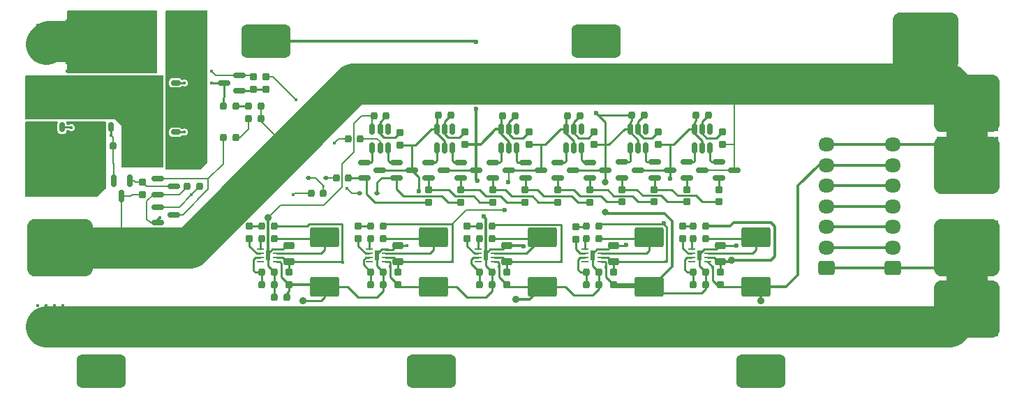
<source format=gbr>
%TF.GenerationSoftware,KiCad,Pcbnew,9.0.6*%
%TF.CreationDate,2025-11-30T01:16:05+01:00*%
%TF.ProjectId,Robobuoy_BMS_S6_V1_0,526f626f-6275-46f7-995f-424d535f5336,rev?*%
%TF.SameCoordinates,Original*%
%TF.FileFunction,Copper,L1,Top*%
%TF.FilePolarity,Positive*%
%FSLAX46Y46*%
G04 Gerber Fmt 4.6, Leading zero omitted, Abs format (unit mm)*
G04 Created by KiCad (PCBNEW 9.0.6) date 2025-11-30 01:16:05*
%MOMM*%
%LPD*%
G01*
G04 APERTURE LIST*
G04 Aperture macros list*
%AMRoundRect*
0 Rectangle with rounded corners*
0 $1 Rounding radius*
0 $2 $3 $4 $5 $6 $7 $8 $9 X,Y pos of 4 corners*
0 Add a 4 corners polygon primitive as box body*
4,1,4,$2,$3,$4,$5,$6,$7,$8,$9,$2,$3,0*
0 Add four circle primitives for the rounded corners*
1,1,$1+$1,$2,$3*
1,1,$1+$1,$4,$5*
1,1,$1+$1,$6,$7*
1,1,$1+$1,$8,$9*
0 Add four rect primitives between the rounded corners*
20,1,$1+$1,$2,$3,$4,$5,0*
20,1,$1+$1,$4,$5,$6,$7,0*
20,1,$1+$1,$6,$7,$8,$9,0*
20,1,$1+$1,$8,$9,$2,$3,0*%
%AMFreePoly0*
4,1,9,2.100000,-2.000000,2.350000,-2.000000,2.350000,-3.500000,-2.350000,-3.500000,-2.350000,-2.000000,-2.100000,-2.000000,-2.100000,1.100000,2.100000,1.100000,2.100000,-2.000000,2.100000,-2.000000,$1*%
G04 Aperture macros list end*
%TA.AperFunction,SMDPad,CuDef*%
%ADD10RoundRect,0.150000X-0.590000X-0.150000X0.590000X-0.150000X0.590000X0.150000X-0.590000X0.150000X0*%
%TD*%
%TA.AperFunction,SMDPad,CuDef*%
%ADD11RoundRect,0.150000X0.150000X-0.512500X0.150000X0.512500X-0.150000X0.512500X-0.150000X-0.512500X0*%
%TD*%
%TA.AperFunction,SMDPad,CuDef*%
%ADD12RoundRect,0.230769X-1.519231X0.969231X-1.519231X-0.969231X1.519231X-0.969231X1.519231X0.969231X0*%
%TD*%
%TA.AperFunction,SMDPad,CuDef*%
%ADD13RoundRect,0.225000X0.425000X-0.225000X0.425000X0.225000X-0.425000X0.225000X-0.425000X-0.225000X0*%
%TD*%
%TA.AperFunction,SMDPad,CuDef*%
%ADD14RoundRect,0.175000X-0.400000X0.175000X-0.400000X-0.175000X0.400000X-0.175000X0.400000X0.175000X0*%
%TD*%
%TA.AperFunction,SMDPad,CuDef*%
%ADD15FreePoly0,270.000000*%
%TD*%
%TA.AperFunction,SMDPad,CuDef*%
%ADD16RoundRect,0.200000X-0.200000X-0.250000X0.200000X-0.250000X0.200000X0.250000X-0.200000X0.250000X0*%
%TD*%
%TA.AperFunction,SMDPad,CuDef*%
%ADD17RoundRect,0.200000X0.250000X-0.200000X0.250000X0.200000X-0.250000X0.200000X-0.250000X-0.200000X0*%
%TD*%
%TA.AperFunction,SMDPad,CuDef*%
%ADD18RoundRect,0.200000X0.200000X0.250000X-0.200000X0.250000X-0.200000X-0.250000X0.200000X-0.250000X0*%
%TD*%
%TA.AperFunction,SMDPad,CuDef*%
%ADD19RoundRect,0.175000X0.175000X0.400000X-0.175000X0.400000X-0.175000X-0.400000X0.175000X-0.400000X0*%
%TD*%
%TA.AperFunction,SMDPad,CuDef*%
%ADD20FreePoly0,180.000000*%
%TD*%
%TA.AperFunction,SMDPad,CuDef*%
%ADD21RoundRect,1.050000X-2.950000X-2.450000X2.950000X-2.450000X2.950000X2.450000X-2.950000X2.450000X0*%
%TD*%
%TA.AperFunction,SMDPad,CuDef*%
%ADD22RoundRect,0.062500X0.325000X0.062500X-0.325000X0.062500X-0.325000X-0.062500X0.325000X-0.062500X0*%
%TD*%
%TA.AperFunction,HeatsinkPad*%
%ADD23R,0.600000X1.200000*%
%TD*%
%TA.AperFunction,SMDPad,CuDef*%
%ADD24RoundRect,0.200000X-0.250000X0.200000X-0.250000X-0.200000X0.250000X-0.200000X0.250000X0.200000X0*%
%TD*%
%TA.AperFunction,SMDPad,CuDef*%
%ADD25RoundRect,0.600000X-2.400000X-1.400000X2.400000X-1.400000X2.400000X1.400000X-2.400000X1.400000X0*%
%TD*%
%TA.AperFunction,SMDPad,CuDef*%
%ADD26RoundRect,0.112500X-0.187500X-0.112500X0.187500X-0.112500X0.187500X0.112500X-0.187500X0.112500X0*%
%TD*%
%TA.AperFunction,SMDPad,CuDef*%
%ADD27RoundRect,0.150000X0.590000X0.150000X-0.590000X0.150000X-0.590000X-0.150000X0.590000X-0.150000X0*%
%TD*%
%TA.AperFunction,SMDPad,CuDef*%
%ADD28RoundRect,0.249999X-0.450001X-1.425001X0.450001X-1.425001X0.450001X1.425001X-0.450001X1.425001X0*%
%TD*%
%TA.AperFunction,SMDPad,CuDef*%
%ADD29RoundRect,0.150000X-0.150000X0.590000X-0.150000X-0.590000X0.150000X-0.590000X0.150000X0.590000X0*%
%TD*%
%TA.AperFunction,ComponentPad*%
%ADD30RoundRect,0.250000X0.725000X-0.600000X0.725000X0.600000X-0.725000X0.600000X-0.725000X-0.600000X0*%
%TD*%
%TA.AperFunction,ComponentPad*%
%ADD31O,1.950000X1.700000*%
%TD*%
%TA.AperFunction,ViaPad*%
%ADD32C,0.450000*%
%TD*%
%TA.AperFunction,ViaPad*%
%ADD33C,0.900000*%
%TD*%
%TA.AperFunction,ViaPad*%
%ADD34C,0.600000*%
%TD*%
%TA.AperFunction,ViaPad*%
%ADD35C,0.800000*%
%TD*%
%TA.AperFunction,Conductor*%
%ADD36C,0.200000*%
%TD*%
%TA.AperFunction,Conductor*%
%ADD37C,0.250000*%
%TD*%
%TA.AperFunction,Conductor*%
%ADD38C,5.000000*%
%TD*%
%TA.AperFunction,Conductor*%
%ADD39C,0.300000*%
%TD*%
G04 APERTURE END LIST*
D10*
%TO.P,Q108,1,G*%
%TO.N,Net-(Q108-G)*%
X107518000Y-114670800D03*
%TO.P,Q108,2,S*%
%TO.N,Net-(Q108-S)*%
X107518000Y-116570800D03*
%TO.P,Q108,3,D*%
%TO.N,/B3*%
X109398000Y-115620800D03*
%TD*%
D11*
%TO.P,U105,1,OD*%
%TO.N,Net-(Q110-G)*%
X100686700Y-112897500D03*
%TO.P,U105,2,VM*%
%TO.N,/B1*%
X101636700Y-112897500D03*
%TO.P,U105,3,OC*%
%TO.N,Net-(Q111-G)*%
X102586700Y-112897500D03*
%TO.P,U105,4,TD*%
%TO.N,unconnected-(U105-TD-Pad4)*%
X102586700Y-110622500D03*
%TO.P,U105,5,VCC*%
%TO.N,Net-(U105-VCC)*%
X101636700Y-110622500D03*
%TO.P,U105,6,GND*%
%TO.N,/B1*%
X100686700Y-110622500D03*
%TD*%
D12*
%TO.P,L102,1*%
%TO.N,Net-(U108-SW)*%
X126486000Y-123752000D03*
%TO.P,L102,2*%
%TO.N,/B4*%
X126486000Y-129752000D03*
%TD*%
D13*
%TO.P,C124,1*%
%TO.N,VBATT+*%
X135122000Y-126736000D03*
%TO.P,C124,2*%
%TO.N,/B4*%
X135122000Y-124736000D03*
%TD*%
D14*
%TO.P,Q204,1,S*%
%TO.N,/Curren-Overcharge-Protection/Vtrip*%
X69019000Y-108839000D03*
%TO.P,Q204,2,S*%
X69019000Y-107569000D03*
%TO.P,Q204,3,S*%
X69019000Y-106299000D03*
%TO.P,Q204,4,G*%
%TO.N,Net-(D108-K)*%
X69019000Y-105029000D03*
D15*
%TO.P,Q204,5,D*%
%TO.N,Net-(Q204-D)*%
X66294000Y-106934000D03*
%TD*%
D16*
%TO.P,R146,1*%
%TO.N,Net-(D106-A)*%
X105924000Y-122434000D03*
%TO.P,R146,2*%
%TO.N,/B4*%
X107424000Y-122434000D03*
%TD*%
D10*
%TO.P,Q103,1,G*%
%TO.N,Net-(Q103-G)*%
X134924600Y-114656700D03*
%TO.P,Q103,2,S*%
%TO.N,Net-(Q103-S)*%
X134924600Y-116556700D03*
%TO.P,Q103,3,D*%
%TO.N,VBATT+*%
X136804600Y-115606700D03*
%TD*%
D17*
%TO.P,R102,1*%
%TO.N,Net-(Q106-S)*%
X123190000Y-119469600D03*
%TO.P,R102,2*%
%TO.N,Net-(Q104-S)*%
X123190000Y-117969600D03*
%TD*%
%TO.P,D103,1,K*%
%TO.N,Net-(D103-K)*%
X117543200Y-123973400D03*
%TO.P,D103,2,A*%
%TO.N,Net-(D103-A)*%
X117543200Y-122473400D03*
%TD*%
%TO.P,D104,1,K*%
%TO.N,Net-(D104-K)*%
X91180000Y-123946000D03*
%TO.P,D104,2,A*%
%TO.N,Net-(D104-A)*%
X91180000Y-122446000D03*
%TD*%
%TO.P,D102,1,K*%
%TO.N,Net-(D102-K)*%
X130550000Y-123946000D03*
%TO.P,D102,2,A*%
%TO.N,Net-(D102-A)*%
X130550000Y-122446000D03*
%TD*%
%TO.P,R107,1*%
%TO.N,Net-(Q105-S)*%
X134950200Y-119469600D03*
%TO.P,R107,2*%
%TO.N,Net-(Q103-S)*%
X134950200Y-117969600D03*
%TD*%
D10*
%TO.P,Q203,1,G*%
%TO.N,Net-(D201-K)*%
X66878000Y-116652000D03*
%TO.P,Q203,2,S*%
%TO.N,VBATT-*%
X66878000Y-118552000D03*
%TO.P,Q203,3,D*%
%TO.N,Net-(Q203-D)*%
X68758000Y-117602000D03*
%TD*%
D12*
%TO.P,L104,1*%
%TO.N,Net-(U110-SW)*%
X100324000Y-123752000D03*
%TO.P,L104,2*%
%TO.N,/B2*%
X100324000Y-129752000D03*
%TD*%
D18*
%TO.P,C105,1*%
%TO.N,Net-(U104-VCC)*%
X110173200Y-109016800D03*
%TO.P,C105,2*%
%TO.N,/B2*%
X108673200Y-109016800D03*
%TD*%
D19*
%TO.P,Q205,1,S*%
%TO.N,/Curren-Overcharge-Protection/P-*%
X57404000Y-110421000D03*
%TO.P,Q205,2,S*%
X58674000Y-110421000D03*
%TO.P,Q205,3,S*%
X59944000Y-110421000D03*
%TO.P,Q205,4,G*%
%TO.N,Net-(Q205-G)*%
X61214000Y-110421000D03*
D20*
%TO.P,Q205,5,D*%
%TO.N,Net-(Q204-D)*%
X59309000Y-107696000D03*
%TD*%
D16*
%TO.P,R110,1*%
%TO.N,Net-(D101-A)*%
X88505600Y-116586000D03*
%TO.P,R110,2*%
%TO.N,Net-(Q112-S)*%
X90005600Y-116586000D03*
%TD*%
%TO.P,D201,1,K*%
%TO.N,Net-(D201-K)*%
X74815000Y-111633000D03*
%TO.P,D201,2,A*%
%TO.N,Net-(D201-A)*%
X76315000Y-111633000D03*
%TD*%
D14*
%TO.P,Q206,1,S*%
%TO.N,/Curren-Overcharge-Protection/Vtrip*%
X69019000Y-114808000D03*
%TO.P,Q206,2,S*%
X69019000Y-113538000D03*
%TO.P,Q206,3,S*%
X69019000Y-112268000D03*
%TO.P,Q206,4,G*%
%TO.N,Net-(D108-K)*%
X69019000Y-110998000D03*
D15*
%TO.P,Q206,5,D*%
%TO.N,Net-(Q204-D)*%
X66294000Y-112903000D03*
%TD*%
D21*
%TO.P,TP109,1,1*%
%TO.N,VBATT-*%
X60000000Y-100000000D03*
%TD*%
D13*
%TO.P,C127,1*%
%TO.N,/B3*%
X96006000Y-126736000D03*
%TO.P,C127,2*%
%TO.N,/B1*%
X96006000Y-124736000D03*
%TD*%
D16*
%TO.P,R147,1*%
%TO.N,Net-(D104-A)*%
X92716000Y-122434000D03*
%TO.P,R147,2*%
%TO.N,/B3*%
X94216000Y-122434000D03*
%TD*%
D18*
%TO.P,C113,1*%
%TO.N,/B1*%
X82532000Y-131070000D03*
%TO.P,C113,2*%
%TO.N,VBATT-*%
X81032000Y-131070000D03*
%TD*%
D11*
%TO.P,U103,1,OD*%
%TO.N,Net-(Q106-G)*%
X116347200Y-112948300D03*
%TO.P,U103,2,VM*%
%TO.N,/B3*%
X117297200Y-112948300D03*
%TO.P,U103,3,OC*%
%TO.N,Net-(Q107-G)*%
X118247200Y-112948300D03*
%TO.P,U103,4,TD*%
%TO.N,unconnected-(U103-TD-Pad4)*%
X118247200Y-110673300D03*
%TO.P,U103,5,VCC*%
%TO.N,Net-(U103-VCC)*%
X117297200Y-110673300D03*
%TO.P,U103,6,GND*%
%TO.N,/B3*%
X116347200Y-110673300D03*
%TD*%
D22*
%TO.P,U108,1,BATC*%
%TO.N,/B4*%
X120590500Y-126740000D03*
%TO.P,U108,2,BATP*%
%TO.N,/B5*%
X120590500Y-126240000D03*
%TO.P,U108,3,SW*%
%TO.N,Net-(U108-SW)*%
X120590500Y-125740000D03*
%TO.P,U108,4,BATN*%
%TO.N,/B3*%
X120590500Y-125240000D03*
%TO.P,U108,5,BIAS*%
%TO.N,Net-(U108-BIAS)*%
X118665500Y-125240000D03*
%TO.P,U108,6,STAT*%
%TO.N,Net-(D103-K)*%
X118665500Y-125740000D03*
%TO.P,U108,7,ISET*%
%TO.N,Net-(U108-ISET)*%
X118665500Y-126240000D03*
%TO.P,U108,8,EN*%
%TO.N,unconnected-(U108-EN-Pad8)*%
X118665500Y-126740000D03*
D23*
%TO.P,U108,9,BATN*%
%TO.N,/B3*%
X119628000Y-125990000D03*
%TD*%
D16*
%TO.P,C123,1*%
%TO.N,Net-(U108-ISET)*%
X118878000Y-128022000D03*
%TO.P,C123,2*%
%TO.N,/B3*%
X120378000Y-128022000D03*
%TD*%
D24*
%TO.P,R140,1*%
%TO.N,Net-(U104-VCC)*%
X111861600Y-111010000D03*
%TO.P,R140,2*%
%TO.N,/B3*%
X111861600Y-112510000D03*
%TD*%
D21*
%TO.P,TP101,1,1*%
%TO.N,VBATT+*%
X165000000Y-107500000D03*
%TD*%
D16*
%TO.P,R206,1*%
%TO.N,VBATT-*%
X70420800Y-117602000D03*
%TO.P,R206,2*%
%TO.N,Net-(Q209-G)*%
X71920800Y-117602000D03*
%TD*%
D25*
%TO.P,TP105,1,1*%
%TO.N,/B4*%
X120000000Y-100000000D03*
%TD*%
D16*
%TO.P,R145,1*%
%TO.N,Net-(D103-A)*%
X118878000Y-122434000D03*
%TO.P,R145,2*%
%TO.N,/B5*%
X120378000Y-122434000D03*
%TD*%
D10*
%TO.P,Q107,1,G*%
%TO.N,Net-(Q107-G)*%
X119278200Y-114670800D03*
%TO.P,Q107,2,S*%
%TO.N,Net-(Q107-S)*%
X119278200Y-116570800D03*
%TO.P,Q107,3,D*%
%TO.N,/B4*%
X121158200Y-115620800D03*
%TD*%
D17*
%TO.P,R108,1*%
%TO.N,Net-(Q112-S)*%
X99669600Y-119520400D03*
%TO.P,R108,2*%
%TO.N,Net-(Q110-S)*%
X99669600Y-118020400D03*
%TD*%
D16*
%TO.P,C115,1*%
%TO.N,Net-(U108-BIAS)*%
X118878000Y-123958000D03*
%TO.P,C115,2*%
%TO.N,Net-(U108-SW)*%
X120378000Y-123958000D03*
%TD*%
D24*
%TO.P,C108,1*%
%TO.N,VBATT+*%
X135122000Y-128034000D03*
%TO.P,C108,2*%
%TO.N,/B5*%
X135122000Y-129534000D03*
%TD*%
D26*
%TO.P,D101,1,K*%
%TO.N,/Curren-Overcharge-Protection/OD*%
X85157600Y-116586000D03*
%TO.P,D101,2,A*%
%TO.N,Net-(D101-A)*%
X87257600Y-116586000D03*
%TD*%
D24*
%TO.P,R204,1*%
%TO.N,Net-(Q203-D)*%
X65024000Y-117106000D03*
%TO.P,R204,2*%
%TO.N,VBATT+*%
X65024000Y-118606000D03*
%TD*%
%TO.P,R138,1*%
%TO.N,Net-(U102-VCC)*%
X127533400Y-111010000D03*
%TO.P,R138,2*%
%TO.N,/B5*%
X127533400Y-112510000D03*
%TD*%
D21*
%TO.P,TP117,1,1*%
%TO.N,VBATT+*%
X165000000Y-115000000D03*
%TD*%
D10*
%TO.P,Q111,1,G*%
%TO.N,Net-(Q111-G)*%
X103606400Y-114670800D03*
%TO.P,Q111,2,S*%
%TO.N,Net-(Q111-S)*%
X103606400Y-116570800D03*
%TO.P,Q111,3,D*%
%TO.N,/B2*%
X105486400Y-115620800D03*
%TD*%
D16*
%TO.P,R113,1*%
%TO.N,Net-(D108-A)*%
X77863000Y-107823000D03*
%TO.P,R113,2*%
%TO.N,VBATT+*%
X79363000Y-107823000D03*
%TD*%
D24*
%TO.P,R142,1*%
%TO.N,Net-(U106-VCC)*%
X96266000Y-111060800D03*
%TO.P,R142,2*%
%TO.N,/B1*%
X96266000Y-112560800D03*
%TD*%
D11*
%TO.P,U101,1,OD*%
%TO.N,Net-(Q102-G)*%
X131942800Y-112897500D03*
%TO.P,U101,2,VM*%
%TO.N,/B5*%
X132892800Y-112897500D03*
%TO.P,U101,3,OC*%
%TO.N,Net-(Q103-G)*%
X133842800Y-112897500D03*
%TO.P,U101,4,TD*%
%TO.N,unconnected-(U101-TD-Pad4)*%
X133842800Y-110622500D03*
%TO.P,U101,5,VCC*%
%TO.N,Net-(U101-VCC)*%
X132892800Y-110622500D03*
%TO.P,U101,6,GND*%
%TO.N,/B5*%
X131942800Y-110622500D03*
%TD*%
D13*
%TO.P,C125,1*%
%TO.N,/B5*%
X122168000Y-126736000D03*
%TO.P,C125,2*%
%TO.N,/B3*%
X122168000Y-124736000D03*
%TD*%
D10*
%TO.P,Q112,1,G*%
%TO.N,Net-(Q112-G)*%
X91871600Y-114670800D03*
%TO.P,Q112,2,S*%
%TO.N,Net-(Q112-S)*%
X91871600Y-116570800D03*
%TO.P,Q112,3,D*%
%TO.N,/B1*%
X93751600Y-115620800D03*
%TD*%
D17*
%TO.P,R105,1*%
%TO.N,Net-(Q110-S)*%
X107492800Y-119520400D03*
%TO.P,R105,2*%
%TO.N,Net-(Q108-S)*%
X107492800Y-118020400D03*
%TD*%
D22*
%TO.P,U107,1,BATC*%
%TO.N,/B5*%
X133544500Y-126740000D03*
%TO.P,U107,2,BATP*%
%TO.N,VBATT+*%
X133544500Y-126240000D03*
%TO.P,U107,3,SW*%
%TO.N,Net-(U107-SW)*%
X133544500Y-125740000D03*
%TO.P,U107,4,BATN*%
%TO.N,/B4*%
X133544500Y-125240000D03*
%TO.P,U107,5,BIAS*%
%TO.N,Net-(U107-BIAS)*%
X131619500Y-125240000D03*
%TO.P,U107,6,STAT*%
%TO.N,Net-(D102-K)*%
X131619500Y-125740000D03*
%TO.P,U107,7,ISET*%
%TO.N,Net-(U107-ISET)*%
X131619500Y-126240000D03*
%TO.P,U107,8,EN*%
%TO.N,unconnected-(U107-EN-Pad8)*%
X131619500Y-126740000D03*
D23*
%TO.P,U107,9,BATN*%
%TO.N,/B4*%
X132582000Y-125990000D03*
%TD*%
D10*
%TO.P,Q106,1,G*%
%TO.N,Net-(Q106-G)*%
X115366600Y-114670800D03*
%TO.P,Q106,2,S*%
%TO.N,Net-(Q106-S)*%
X115366600Y-116570800D03*
%TO.P,Q106,3,D*%
%TO.N,/B4*%
X117246600Y-115620800D03*
%TD*%
D26*
%TO.P,D107,1,K*%
%TO.N,/Curren-Overcharge-Protection/OC*%
X91355200Y-118465600D03*
%TO.P,D107,2,A*%
%TO.N,Net-(D107-A)*%
X93455200Y-118465600D03*
%TD*%
D24*
%TO.P,C110,1*%
%TO.N,/B4*%
X109214000Y-128034000D03*
%TO.P,C110,2*%
%TO.N,/B3*%
X109214000Y-129534000D03*
%TD*%
D10*
%TO.P,Q102,1,G*%
%TO.N,Net-(Q102-G)*%
X131013000Y-114656700D03*
%TO.P,Q102,2,S*%
%TO.N,Net-(Q102-S)*%
X131013000Y-116556700D03*
%TO.P,Q102,3,D*%
%TO.N,VBATT+*%
X132893000Y-115606700D03*
%TD*%
D16*
%TO.P,C117,1*%
%TO.N,Net-(U110-BIAS)*%
X92716000Y-123958000D03*
%TO.P,C117,2*%
%TO.N,Net-(U110-SW)*%
X94216000Y-123958000D03*
%TD*%
%TO.P,C120,1*%
%TO.N,Net-(U109-ISET)*%
X105924000Y-129546000D03*
%TO.P,C120,2*%
%TO.N,/B2*%
X107424000Y-129546000D03*
%TD*%
D18*
%TO.P,C106,1*%
%TO.N,Net-(U105-VCC)*%
X102400800Y-108966000D03*
%TO.P,C106,2*%
%TO.N,/B1*%
X100900800Y-108966000D03*
%TD*%
D27*
%TO.P,Q201,1,G*%
%TO.N,Net-(Q201-G)*%
X76759000Y-105979000D03*
%TO.P,Q201,2,S*%
%TO.N,VBATT-*%
X76759000Y-104079000D03*
%TO.P,Q201,3,D*%
%TO.N,Net-(D108-K)*%
X74879000Y-105029000D03*
%TD*%
D21*
%TO.P,TP202,1,1*%
%TO.N,/Curren-Overcharge-Protection/P-*%
X55000000Y-115000000D03*
%TD*%
D16*
%TO.P,D108,1,K*%
%TO.N,Net-(D108-K)*%
X74815000Y-107823000D03*
%TO.P,D108,2,A*%
%TO.N,Net-(D108-A)*%
X76315000Y-107823000D03*
%TD*%
D22*
%TO.P,U110,1,BATC*%
%TO.N,/B2*%
X94428500Y-126740000D03*
%TO.P,U110,2,BATP*%
%TO.N,/B3*%
X94428500Y-126240000D03*
%TO.P,U110,3,SW*%
%TO.N,Net-(U110-SW)*%
X94428500Y-125740000D03*
%TO.P,U110,4,BATN*%
%TO.N,/B1*%
X94428500Y-125240000D03*
%TO.P,U110,5,BIAS*%
%TO.N,Net-(U110-BIAS)*%
X92503500Y-125240000D03*
%TO.P,U110,6,STAT*%
%TO.N,Net-(D104-K)*%
X92503500Y-125740000D03*
%TO.P,U110,7,ISET*%
%TO.N,Net-(U110-ISET)*%
X92503500Y-126240000D03*
%TO.P,U110,8,EN*%
%TO.N,unconnected-(U110-EN-Pad8)*%
X92503500Y-126740000D03*
D23*
%TO.P,U110,9,BATN*%
%TO.N,/B1*%
X93466000Y-125990000D03*
%TD*%
D16*
%TO.P,R148,1*%
%TO.N,Net-(D105-A)*%
X79508000Y-122434000D03*
%TO.P,R148,2*%
%TO.N,/B2*%
X81008000Y-122434000D03*
%TD*%
D21*
%TO.P,TP118,1,1*%
%TO.N,VBATT-*%
X165000000Y-125000000D03*
%TD*%
D12*
%TO.P,L101,1*%
%TO.N,Net-(U107-SW)*%
X139440000Y-123752000D03*
%TO.P,L101,2*%
%TO.N,/B5*%
X139440000Y-129752000D03*
%TD*%
D16*
%TO.P,C121,1*%
%TO.N,Net-(U110-ISET)*%
X92716000Y-128022000D03*
%TO.P,C121,2*%
%TO.N,/B1*%
X94216000Y-128022000D03*
%TD*%
D24*
%TO.P,C111,1*%
%TO.N,/B3*%
X96006000Y-128034000D03*
%TO.P,C111,2*%
%TO.N,/B2*%
X96006000Y-129534000D03*
%TD*%
%TO.P,R205,1*%
%TO.N,/Curren-Overcharge-Protection/OC*%
X80010000Y-104279000D03*
%TO.P,R205,2*%
%TO.N,Net-(Q201-G)*%
X80010000Y-105779000D03*
%TD*%
D25*
%TO.P,TP108,1,1*%
%TO.N,/B1*%
X60000000Y-140000000D03*
%TD*%
D28*
%TO.P,R213,1*%
%TO.N,VBATT-*%
X65530000Y-102108000D03*
%TO.P,R213,2*%
%TO.N,/Curren-Overcharge-Protection/Vtrip*%
X71630000Y-102108000D03*
%TD*%
D17*
%TO.P,R109,1*%
%TO.N,Net-(Q111-S)*%
X111404400Y-119520400D03*
%TO.P,R109,2*%
%TO.N,Net-(Q109-S)*%
X111404400Y-118020400D03*
%TD*%
D16*
%TO.P,R203,1*%
%TO.N,Net-(D201-A)*%
X77863000Y-109347000D03*
%TO.P,R203,2*%
%TO.N,VBATT+*%
X79363000Y-109347000D03*
%TD*%
D22*
%TO.P,U109,1,BATC*%
%TO.N,/B3*%
X107636500Y-126740000D03*
%TO.P,U109,2,BATP*%
%TO.N,/B4*%
X107636500Y-126240000D03*
%TO.P,U109,3,SW*%
%TO.N,Net-(U109-SW)*%
X107636500Y-125740000D03*
%TO.P,U109,4,BATN*%
%TO.N,/B2*%
X107636500Y-125240000D03*
%TO.P,U109,5,BIAS*%
%TO.N,Net-(U109-BIAS)*%
X105711500Y-125240000D03*
%TO.P,U109,6,STAT*%
%TO.N,Net-(D106-K)*%
X105711500Y-125740000D03*
%TO.P,U109,7,ISET*%
%TO.N,Net-(U109-ISET)*%
X105711500Y-126240000D03*
%TO.P,U109,8,EN*%
%TO.N,unconnected-(U109-EN-Pad8)*%
X105711500Y-126740000D03*
D23*
%TO.P,U109,9,BATN*%
%TO.N,/B2*%
X106674000Y-125990000D03*
%TD*%
D29*
%TO.P,Q208,1,G*%
%TO.N,Net-(Q203-D)*%
X63434000Y-116916000D03*
%TO.P,Q208,2,S*%
%TO.N,Net-(Q205-G)*%
X61534000Y-116916000D03*
%TO.P,Q208,3,D*%
%TO.N,VBATT+*%
X62484000Y-118796000D03*
%TD*%
D21*
%TO.P,TP103,1,1*%
%TO.N,VBATT+*%
X160000000Y-100000000D03*
%TD*%
D10*
%TO.P,Q105,1,G*%
%TO.N,Net-(Q105-G)*%
X127101400Y-114656700D03*
%TO.P,Q105,2,S*%
%TO.N,Net-(Q105-S)*%
X127101400Y-116556700D03*
%TO.P,Q105,3,D*%
%TO.N,/B5*%
X128981400Y-115606700D03*
%TD*%
%TO.P,Q113,1,G*%
%TO.N,Net-(Q113-G)*%
X95783200Y-114670800D03*
%TO.P,Q113,2,S*%
%TO.N,Net-(D107-A)*%
X95783200Y-116570800D03*
%TO.P,Q113,3,D*%
%TO.N,/B1*%
X97663200Y-115620800D03*
%TD*%
D13*
%TO.P,C128,1*%
%TO.N,/B2*%
X82798000Y-126736000D03*
%TO.P,C128,2*%
%TO.N,VBATT-*%
X82798000Y-124736000D03*
%TD*%
D18*
%TO.P,C102,1*%
%TO.N,Net-(U101-VCC)*%
X133642800Y-108966000D03*
%TO.P,C102,2*%
%TO.N,/B5*%
X132142800Y-108966000D03*
%TD*%
D19*
%TO.P,Q207,1,S*%
%TO.N,/Curren-Overcharge-Protection/P-*%
X51435000Y-110421000D03*
%TO.P,Q207,2,S*%
X52705000Y-110421000D03*
%TO.P,Q207,3,S*%
X53975000Y-110421000D03*
%TO.P,Q207,4,G*%
%TO.N,Net-(Q205-G)*%
X55245000Y-110421000D03*
D20*
%TO.P,Q207,5,D*%
%TO.N,Net-(Q204-D)*%
X53340000Y-107696000D03*
%TD*%
D24*
%TO.P,C109,1*%
%TO.N,/B5*%
X122168000Y-128034000D03*
%TO.P,C109,2*%
%TO.N,/B4*%
X122168000Y-129534000D03*
%TD*%
D17*
%TO.P,R103,1*%
%TO.N,Net-(Q108-S)*%
X115366800Y-119520400D03*
%TO.P,R103,2*%
%TO.N,Net-(Q106-S)*%
X115366800Y-118020400D03*
%TD*%
%TO.P,R111,1*%
%TO.N,Net-(D107-A)*%
X103581200Y-119520400D03*
%TO.P,R111,2*%
%TO.N,Net-(Q111-S)*%
X103581200Y-118020400D03*
%TD*%
D30*
%TO.P,J102,1,Pin_1*%
%TO.N,VBATT-*%
X156000000Y-127500000D03*
D31*
%TO.P,J102,2,Pin_2*%
%TO.N,/B1*%
X156000000Y-125000000D03*
%TO.P,J102,3,Pin_3*%
%TO.N,/B2*%
X156000000Y-122500000D03*
%TO.P,J102,4,Pin_4*%
%TO.N,/B3*%
X156000000Y-120000000D03*
%TO.P,J102,5,Pin_5*%
%TO.N,/B4*%
X156000000Y-117500000D03*
%TO.P,J102,6,Pin_6*%
%TO.N,/B5*%
X156000000Y-115000000D03*
%TO.P,J102,7,Pin_7*%
%TO.N,VBATT+*%
X156000000Y-112500000D03*
%TD*%
D11*
%TO.P,U104,1,OD*%
%TO.N,Net-(Q108-G)*%
X108473200Y-112948300D03*
%TO.P,U104,2,VM*%
%TO.N,/B2*%
X109423200Y-112948300D03*
%TO.P,U104,3,OC*%
%TO.N,Net-(Q109-G)*%
X110373200Y-112948300D03*
%TO.P,U104,4,TD*%
%TO.N,unconnected-(U104-TD-Pad4)*%
X110373200Y-110673300D03*
%TO.P,U104,5,VCC*%
%TO.N,Net-(U104-VCC)*%
X109423200Y-110673300D03*
%TO.P,U104,6,GND*%
%TO.N,/B2*%
X108473200Y-110673300D03*
%TD*%
D18*
%TO.P,C103,1*%
%TO.N,Net-(U102-VCC)*%
X125845000Y-108966000D03*
%TO.P,C103,2*%
%TO.N,/B4*%
X124345000Y-108966000D03*
%TD*%
D12*
%TO.P,L103,1*%
%TO.N,Net-(U109-SW)*%
X113532000Y-123752000D03*
%TO.P,L103,2*%
%TO.N,/B3*%
X113532000Y-129752000D03*
%TD*%
D25*
%TO.P,TP106,1,1*%
%TO.N,/B3*%
X100000000Y-140000000D03*
%TD*%
D16*
%TO.P,R144,1*%
%TO.N,Net-(D102-A)*%
X131832000Y-122434000D03*
%TO.P,R144,2*%
%TO.N,VBATT+*%
X133332000Y-122434000D03*
%TD*%
D17*
%TO.P,R101,1*%
%TO.N,Net-(Q104-S)*%
X131038600Y-119469600D03*
%TO.P,R101,2*%
%TO.N,Net-(Q102-S)*%
X131038600Y-117969600D03*
%TD*%
D10*
%TO.P,Q104,1,G*%
%TO.N,Net-(Q104-G)*%
X123189800Y-114656700D03*
%TO.P,Q104,2,S*%
%TO.N,Net-(Q104-S)*%
X123189800Y-116556700D03*
%TO.P,Q104,3,D*%
%TO.N,/B5*%
X125069800Y-115606700D03*
%TD*%
D24*
%TO.P,R139,1*%
%TO.N,Net-(U103-VCC)*%
X119786400Y-111010000D03*
%TO.P,R139,2*%
%TO.N,/B4*%
X119786400Y-112510000D03*
%TD*%
D16*
%TO.P,R153,1*%
%TO.N,Net-(U108-ISET)*%
X118878000Y-129546000D03*
%TO.P,R153,2*%
%TO.N,/B3*%
X120378000Y-129546000D03*
%TD*%
%TO.P,R151,1*%
%TO.N,Net-(U110-ISET)*%
X92716000Y-129546000D03*
%TO.P,R151,2*%
%TO.N,/B1*%
X94216000Y-129546000D03*
%TD*%
D17*
%TO.P,D105,1,K*%
%TO.N,Net-(D105-K)*%
X77972000Y-123946000D03*
%TO.P,D105,2,A*%
%TO.N,Net-(D105-A)*%
X77972000Y-122446000D03*
%TD*%
D21*
%TO.P,TP203,1,1*%
%TO.N,VBATT+*%
X55000000Y-125000000D03*
%TD*%
D24*
%TO.P,C112,1*%
%TO.N,/B2*%
X82798000Y-128034000D03*
%TO.P,C112,2*%
%TO.N,/B1*%
X82798000Y-129534000D03*
%TD*%
%TO.P,R137,1*%
%TO.N,Net-(U101-VCC)*%
X135305800Y-110959200D03*
%TO.P,R137,2*%
%TO.N,VBATT+*%
X135305800Y-112459200D03*
%TD*%
D18*
%TO.P,R201,1*%
%TO.N,Net-(Q205-G)*%
X61456000Y-112649000D03*
%TO.P,R201,2*%
%TO.N,/Curren-Overcharge-Protection/P-*%
X59956000Y-112649000D03*
%TD*%
D22*
%TO.P,U111,1,BATC*%
%TO.N,/B1*%
X81220500Y-126740000D03*
%TO.P,U111,2,BATP*%
%TO.N,/B2*%
X81220500Y-126240000D03*
%TO.P,U111,3,SW*%
%TO.N,Net-(U111-SW)*%
X81220500Y-125740000D03*
%TO.P,U111,4,BATN*%
%TO.N,VBATT-*%
X81220500Y-125240000D03*
%TO.P,U111,5,BIAS*%
%TO.N,Net-(U111-BIAS)*%
X79295500Y-125240000D03*
%TO.P,U111,6,STAT*%
%TO.N,Net-(D105-K)*%
X79295500Y-125740000D03*
%TO.P,U111,7,ISET*%
%TO.N,Net-(U111-ISET)*%
X79295500Y-126240000D03*
%TO.P,U111,8,EN*%
%TO.N,unconnected-(U111-EN-Pad8)*%
X79295500Y-126740000D03*
D23*
%TO.P,U111,9,BATN*%
%TO.N,VBATT-*%
X80258000Y-125990000D03*
%TD*%
D16*
%TO.P,R149,1*%
%TO.N,Net-(U107-ISET)*%
X131832000Y-128022000D03*
%TO.P,R149,2*%
%TO.N,/B4*%
X133332000Y-128022000D03*
%TD*%
D25*
%TO.P,TP104,1,1*%
%TO.N,/B5*%
X140000000Y-140000000D03*
%TD*%
D16*
%TO.P,R130,1*%
%TO.N,/Curren-Overcharge-Protection/Vtrip*%
X89928000Y-111810800D03*
%TO.P,R130,2*%
%TO.N,Net-(U106-VM)*%
X91428000Y-111810800D03*
%TD*%
%TO.P,C114,1*%
%TO.N,Net-(U107-BIAS)*%
X131832000Y-123958000D03*
%TO.P,C114,2*%
%TO.N,Net-(U107-SW)*%
X133332000Y-123958000D03*
%TD*%
%TO.P,C116,1*%
%TO.N,Net-(U109-BIAS)*%
X105924000Y-123958000D03*
%TO.P,C116,2*%
%TO.N,Net-(U109-SW)*%
X107424000Y-123958000D03*
%TD*%
D21*
%TO.P,TP102,1,1*%
%TO.N,VBATT-*%
X165000000Y-132500000D03*
%TD*%
D17*
%TO.P,R104,1*%
%TO.N,Net-(Q107-S)*%
X127076200Y-119469600D03*
%TO.P,R104,2*%
%TO.N,Net-(Q105-S)*%
X127076200Y-117969600D03*
%TD*%
D30*
%TO.P,J101,1,Pin_1*%
%TO.N,VBATT-*%
X148000000Y-127500000D03*
D31*
%TO.P,J101,2,Pin_2*%
%TO.N,/B1*%
X148000000Y-125000000D03*
%TO.P,J101,3,Pin_3*%
%TO.N,/B2*%
X148000000Y-122500000D03*
%TO.P,J101,4,Pin_4*%
%TO.N,/B3*%
X148000000Y-120000000D03*
%TO.P,J101,5,Pin_5*%
%TO.N,/B4*%
X148000000Y-117500000D03*
%TO.P,J101,6,Pin_6*%
%TO.N,/B5*%
X148000000Y-115000000D03*
%TO.P,J101,7,Pin_7*%
%TO.N,VBATT+*%
X148000000Y-112500000D03*
%TD*%
D16*
%TO.P,C122,1*%
%TO.N,Net-(U111-ISET)*%
X79508000Y-128022000D03*
%TO.P,C122,2*%
%TO.N,VBATT-*%
X81008000Y-128022000D03*
%TD*%
%TO.P,R152,1*%
%TO.N,Net-(U111-ISET)*%
X79508000Y-129546000D03*
%TO.P,R152,2*%
%TO.N,VBATT-*%
X81008000Y-129546000D03*
%TD*%
D18*
%TO.P,R207,1*%
%TO.N,/Curren-Overcharge-Protection/OD*%
X86957600Y-118414800D03*
%TO.P,R207,2*%
%TO.N,Net-(Q209-G)*%
X85457600Y-118414800D03*
%TD*%
D28*
%TO.P,R212,1*%
%TO.N,VBATT-*%
X65530000Y-98171000D03*
%TO.P,R212,2*%
%TO.N,/Curren-Overcharge-Protection/Vtrip*%
X71630000Y-98171000D03*
%TD*%
D18*
%TO.P,C107,1*%
%TO.N,Net-(U106-VCC)*%
X94577600Y-109016800D03*
%TO.P,C107,2*%
%TO.N,VBATT-*%
X93077600Y-109016800D03*
%TD*%
D17*
%TO.P,D106,1,K*%
%TO.N,Net-(D106-K)*%
X104388000Y-123946000D03*
%TO.P,D106,2,A*%
%TO.N,Net-(D106-A)*%
X104388000Y-122446000D03*
%TD*%
D12*
%TO.P,L105,1*%
%TO.N,Net-(U111-SW)*%
X87116000Y-123752000D03*
%TO.P,L105,2*%
%TO.N,/B1*%
X87116000Y-129752000D03*
%TD*%
D18*
%TO.P,C104,1*%
%TO.N,Net-(U103-VCC)*%
X118047200Y-109016800D03*
%TO.P,C104,2*%
%TO.N,/B3*%
X116547200Y-109016800D03*
%TD*%
D24*
%TO.P,R202,1*%
%TO.N,VBATT-*%
X78486000Y-104279000D03*
%TO.P,R202,2*%
%TO.N,Net-(Q201-G)*%
X78486000Y-105779000D03*
%TD*%
D10*
%TO.P,Q110,1,G*%
%TO.N,Net-(Q110-G)*%
X99694800Y-114670800D03*
%TO.P,Q110,2,S*%
%TO.N,Net-(Q110-S)*%
X99694800Y-116570800D03*
%TO.P,Q110,3,D*%
%TO.N,/B2*%
X101574800Y-115620800D03*
%TD*%
%TO.P,Q109,1,G*%
%TO.N,Net-(Q109-G)*%
X111429600Y-114670800D03*
%TO.P,Q109,2,S*%
%TO.N,Net-(Q109-S)*%
X111429600Y-116570800D03*
%TO.P,Q109,3,D*%
%TO.N,/B3*%
X113309600Y-115620800D03*
%TD*%
D17*
%TO.P,R106,1*%
%TO.N,Net-(Q109-S)*%
X119278400Y-119520400D03*
%TO.P,R106,2*%
%TO.N,Net-(Q107-S)*%
X119278400Y-118020400D03*
%TD*%
D11*
%TO.P,U102,1,OD*%
%TO.N,Net-(Q104-G)*%
X124145000Y-112897500D03*
%TO.P,U102,2,VM*%
%TO.N,/B4*%
X125095000Y-112897500D03*
%TO.P,U102,3,OC*%
%TO.N,Net-(Q105-G)*%
X126045000Y-112897500D03*
%TO.P,U102,4,TD*%
%TO.N,unconnected-(U102-TD-Pad4)*%
X126045000Y-110622500D03*
%TO.P,U102,5,VCC*%
%TO.N,Net-(U102-VCC)*%
X125095000Y-110622500D03*
%TO.P,U102,6,GND*%
%TO.N,/B4*%
X124145000Y-110622500D03*
%TD*%
D24*
%TO.P,R141,1*%
%TO.N,Net-(U105-VCC)*%
X104089200Y-111010000D03*
%TO.P,R141,2*%
%TO.N,/B2*%
X104089200Y-112510000D03*
%TD*%
D16*
%TO.P,C118,1*%
%TO.N,Net-(U111-BIAS)*%
X79508000Y-123958000D03*
%TO.P,C118,2*%
%TO.N,Net-(U111-SW)*%
X81008000Y-123958000D03*
%TD*%
%TO.P,R150,1*%
%TO.N,Net-(U109-ISET)*%
X105924000Y-128022000D03*
%TO.P,R150,2*%
%TO.N,/B2*%
X107424000Y-128022000D03*
%TD*%
D11*
%TO.P,U106,1,OD*%
%TO.N,Net-(Q112-G)*%
X92877600Y-112948300D03*
%TO.P,U106,2,VM*%
%TO.N,Net-(U106-VM)*%
X93827600Y-112948300D03*
%TO.P,U106,3,OC*%
%TO.N,Net-(Q113-G)*%
X94777600Y-112948300D03*
%TO.P,U106,4,TD*%
%TO.N,unconnected-(U106-TD-Pad4)*%
X94777600Y-110673300D03*
%TO.P,U106,5,VCC*%
%TO.N,Net-(U106-VCC)*%
X93827600Y-110673300D03*
%TO.P,U106,6,GND*%
%TO.N,VBATT-*%
X92877600Y-110673300D03*
%TD*%
D10*
%TO.P,Q209,1,G*%
%TO.N,Net-(Q209-G)*%
X66878000Y-120081000D03*
%TO.P,Q209,2,S*%
%TO.N,VBATT-*%
X66878000Y-121981000D03*
%TO.P,Q209,3,D*%
%TO.N,Net-(D201-K)*%
X68758000Y-121031000D03*
%TD*%
D16*
%TO.P,C119,1*%
%TO.N,Net-(U107-ISET)*%
X131832000Y-129546000D03*
%TO.P,C119,2*%
%TO.N,/B4*%
X133332000Y-129546000D03*
%TD*%
D25*
%TO.P,TP107,1,1*%
%TO.N,/B2*%
X80000000Y-100000000D03*
%TD*%
D13*
%TO.P,C126,1*%
%TO.N,/B4*%
X109214000Y-126736000D03*
%TO.P,C126,2*%
%TO.N,/B2*%
X109214000Y-124736000D03*
%TD*%
D32*
%TO.N,VBATT-*%
X54356000Y-99060000D03*
X54356000Y-100076000D03*
X163576000Y-121920000D03*
X62992000Y-103632000D03*
X55372000Y-133096000D03*
X161544000Y-135636000D03*
X64008000Y-100584000D03*
X66548000Y-100584000D03*
X168656000Y-135636000D03*
X53340000Y-99060000D03*
X55880000Y-97536000D03*
X161544000Y-134620000D03*
X52324000Y-133096000D03*
X54356000Y-133096000D03*
X168656000Y-121920000D03*
X66548000Y-101600000D03*
X58928000Y-97536000D03*
X52324000Y-102108000D03*
X60960000Y-97536000D03*
X73406000Y-103632000D03*
X64008000Y-103632000D03*
X57912000Y-97536000D03*
X66548000Y-98552000D03*
X164592000Y-135636000D03*
X167640000Y-135636000D03*
X168656000Y-130556000D03*
X168656000Y-128016000D03*
X54356000Y-134112000D03*
X55880000Y-102616000D03*
X166624000Y-129540000D03*
X166624000Y-128016000D03*
X55372000Y-136144000D03*
X64008000Y-99568000D03*
X53340000Y-133096000D03*
X59944000Y-97536000D03*
X55372000Y-134112000D03*
X163576000Y-128016000D03*
X55372000Y-102108000D03*
X162560000Y-135636000D03*
X168656000Y-133604000D03*
X66548000Y-97536000D03*
X52324000Y-101092000D03*
X163576000Y-135636000D03*
X164592000Y-128016000D03*
X62992000Y-97536000D03*
X163576000Y-129540000D03*
X52324000Y-132080000D03*
X64008000Y-102616000D03*
X55372000Y-99060000D03*
X55372000Y-98044000D03*
X168656000Y-129540000D03*
X66548000Y-96520000D03*
X168656000Y-123952000D03*
X54356000Y-102108000D03*
X162560000Y-129540000D03*
X57912000Y-103632000D03*
X53340000Y-132080000D03*
X66548000Y-99568000D03*
X64008000Y-98552000D03*
X164592000Y-121920000D03*
X168656000Y-124968000D03*
X165608000Y-135636000D03*
X55372000Y-101092000D03*
X54356000Y-136144000D03*
X161544000Y-131572000D03*
X161544000Y-123952000D03*
X168656000Y-122936000D03*
X54356000Y-98044000D03*
X168656000Y-131572000D03*
D33*
X80238600Y-121361200D03*
D32*
X55880000Y-103632000D03*
X66548000Y-103632000D03*
X161544000Y-125984000D03*
X168656000Y-127000000D03*
X53340000Y-135128000D03*
X58928000Y-103632000D03*
X52324000Y-136144000D03*
X55372000Y-100076000D03*
X165608000Y-121920000D03*
X54356000Y-132080000D03*
X56896000Y-97536000D03*
X67132200Y-121361200D03*
X167640000Y-129540000D03*
X161544000Y-124968000D03*
X66548000Y-102616000D03*
X164592000Y-129540000D03*
X53340000Y-101092000D03*
X161544000Y-121920000D03*
X166624000Y-135636000D03*
X161544000Y-122936000D03*
X52324000Y-135128000D03*
X166624000Y-121920000D03*
X54356000Y-135128000D03*
X53340000Y-134112000D03*
X165608000Y-128016000D03*
D33*
X59944000Y-99822000D03*
D32*
X168656000Y-125984000D03*
X56896000Y-103632000D03*
X55372000Y-135128000D03*
X61976000Y-97536000D03*
X52324000Y-98044000D03*
X161544000Y-128016000D03*
X161544000Y-132588000D03*
X52324000Y-134112000D03*
X162560000Y-121920000D03*
X167640000Y-128016000D03*
X54356000Y-101092000D03*
X53340000Y-102108000D03*
X161544000Y-129540000D03*
X53340000Y-136144000D03*
X53340000Y-100076000D03*
X53340000Y-98044000D03*
X167640000Y-121920000D03*
X168656000Y-134620000D03*
X162560000Y-128016000D03*
X52324000Y-99060000D03*
X52324000Y-100076000D03*
X161544000Y-127000000D03*
X64008000Y-101600000D03*
X55372000Y-132080000D03*
X165608000Y-129540000D03*
X161544000Y-133604000D03*
X60960000Y-103632000D03*
X61976000Y-103632000D03*
X161544000Y-130556000D03*
X59944000Y-103632000D03*
X64008000Y-97536000D03*
X168656000Y-132588000D03*
%TO.N,VBATT+*%
X161544000Y-115824000D03*
X161544000Y-111760000D03*
X163576000Y-117856000D03*
X161544000Y-114808000D03*
X161544000Y-112776000D03*
X166624000Y-104648000D03*
X168656000Y-117856000D03*
X161544000Y-108712000D03*
X57912000Y-128016000D03*
X57912000Y-124968000D03*
X167640000Y-117856000D03*
X161544000Y-106680000D03*
X59944000Y-123952000D03*
X57912000Y-121920000D03*
X161544000Y-113792000D03*
X56896000Y-125984000D03*
X168656000Y-105664000D03*
X166624000Y-111760000D03*
X165000000Y-107500000D03*
X166624000Y-117856000D03*
X60960000Y-124968000D03*
X161544000Y-116840000D03*
X56896000Y-121920000D03*
X59944000Y-122936000D03*
X57912000Y-123952000D03*
X168656000Y-106680000D03*
X164592000Y-104648000D03*
X56896000Y-124968000D03*
X56896000Y-123952000D03*
X58928000Y-125984000D03*
X161544000Y-110744000D03*
X60960000Y-127000000D03*
X59944000Y-124968000D03*
X58928000Y-122936000D03*
X161544000Y-109728000D03*
X163576000Y-110744000D03*
X166624000Y-110744000D03*
X165000000Y-107500000D03*
X162560000Y-111760000D03*
X164592000Y-111760000D03*
X162560000Y-104648000D03*
X162560000Y-117856000D03*
X165000000Y-107500000D03*
X165608000Y-111760000D03*
X161544000Y-117856000D03*
X168656000Y-107696000D03*
X165608000Y-117856000D03*
X59944000Y-127000000D03*
X165608000Y-110744000D03*
X168656000Y-116840000D03*
X165000000Y-107500000D03*
X57912000Y-127000000D03*
X56896000Y-127000000D03*
X163576000Y-111760000D03*
X161544000Y-107696000D03*
D33*
X160020000Y-100076000D03*
D32*
X165000000Y-107500000D03*
X57912000Y-122936000D03*
X161544000Y-105664000D03*
X60960000Y-125984000D03*
X168656000Y-111760000D03*
D33*
X136486064Y-126556336D03*
D32*
X58928000Y-124968000D03*
X164592000Y-110744000D03*
X57912000Y-125984000D03*
X162560000Y-110744000D03*
X58928000Y-127000000D03*
X163576000Y-104648000D03*
X168656000Y-114808000D03*
X60960000Y-122936000D03*
X56896000Y-122936000D03*
X167640000Y-111760000D03*
X164592000Y-117856000D03*
X168656000Y-113792000D03*
X56896000Y-128016000D03*
X167640000Y-104648000D03*
X168656000Y-104648000D03*
X168656000Y-109728000D03*
X165608000Y-104648000D03*
X58928000Y-123952000D03*
X168656000Y-108712000D03*
X168656000Y-112776000D03*
X168656000Y-110744000D03*
X168656000Y-115824000D03*
X59944000Y-125984000D03*
X60960000Y-123952000D03*
X161544000Y-104648000D03*
%TO.N,/Curren-Overcharge-Protection/OC*%
X83616800Y-107086400D03*
X89763600Y-117856000D03*
%TO.N,Net-(Q209-G)*%
X83261200Y-118567200D03*
X70910800Y-118612000D03*
D33*
%TO.N,/B5*%
X140000000Y-140000000D03*
D34*
X128230203Y-122083939D03*
X128981400Y-116636600D03*
D33*
X140004800Y-131445000D03*
D32*
X134169557Y-127426917D03*
X128524000Y-126746000D03*
%TO.N,/B4*%
X115773200Y-126720600D03*
D34*
X137007600Y-124764800D03*
D33*
X120000000Y-99999998D03*
D34*
X120040400Y-108712000D03*
D35*
X121158000Y-117094000D03*
X121158000Y-120700800D03*
D32*
X121234200Y-127381000D03*
D33*
%TO.N,/B3*%
X100076000Y-139954000D03*
X110312200Y-131318000D03*
D34*
X109372400Y-117094000D03*
D32*
X108238000Y-127355600D03*
X102610000Y-126736000D03*
D34*
X108966000Y-120497600D03*
X123672600Y-124714000D03*
%TO.N,/B2*%
X105613200Y-116941600D03*
D32*
X89255600Y-126796800D03*
D34*
X105460800Y-100025200D03*
X111188500Y-124828300D03*
D32*
X95030000Y-127330200D03*
D34*
X106349800Y-121234200D03*
X105460800Y-108204000D03*
D33*
%TO.N,/B1*%
X84480400Y-131470400D03*
D34*
X98552000Y-118160800D03*
D33*
X60198000Y-139954000D03*
D32*
X97078800Y-124764800D03*
%TO.N,Net-(D108-K)*%
X73406000Y-105029000D03*
X70104000Y-110998000D03*
X70104000Y-105029000D03*
%TO.N,/Curren-Overcharge-Protection/Vtrip*%
X72440800Y-112318800D03*
X88290400Y-112318800D03*
%TO.N,Net-(Q205-G)*%
X56362600Y-110439200D03*
X61214000Y-111404400D03*
%TD*%
D36*
%TO.N,Net-(D201-A)*%
X76835000Y-111633000D02*
X76352500Y-111633000D01*
X77863000Y-110605000D02*
X76835000Y-111633000D01*
X77863000Y-109347000D02*
X77863000Y-110605000D01*
D37*
%TO.N,Net-(D104-K)*%
X91180000Y-124855154D02*
X91180000Y-123946000D01*
X92064846Y-125740000D02*
X91180000Y-124855154D01*
X92503500Y-125740000D02*
X92064846Y-125740000D01*
%TO.N,Net-(D105-K)*%
X79295500Y-125740000D02*
X78856846Y-125740000D01*
X77972000Y-124855154D02*
X77972000Y-123946000D01*
X78856846Y-125740000D02*
X77972000Y-124855154D01*
D38*
%TO.N,VBATT-*%
X53670000Y-100000000D02*
X53340000Y-100330000D01*
D39*
X80258000Y-121380600D02*
X80238600Y-121361200D01*
D38*
X162880000Y-134620000D02*
X165000000Y-132500000D01*
X165000000Y-132500000D02*
X165000000Y-125000000D01*
D36*
X93077600Y-109016800D02*
X91596000Y-109016800D01*
X70420800Y-117640800D02*
X69509600Y-118552000D01*
D39*
X156000000Y-127500000D02*
X163500000Y-127500000D01*
D36*
X76759000Y-104079000D02*
X78286000Y-104079000D01*
X92877600Y-110673300D02*
X92877600Y-109216800D01*
X69509600Y-118552000D02*
X66878000Y-118552000D01*
X65974000Y-121981000D02*
X66878000Y-121981000D01*
X81711800Y-119888000D02*
X80238600Y-121361200D01*
X90678000Y-113387400D02*
X89206600Y-114858800D01*
D37*
X81220500Y-125240000D02*
X82024000Y-125240000D01*
D36*
X89206600Y-114858800D02*
X89206600Y-117651000D01*
D38*
X53340000Y-134620000D02*
X162880000Y-134620000D01*
D39*
X66878000Y-121615400D02*
X67132200Y-121361200D01*
X80258000Y-122224800D02*
X80258000Y-125990000D01*
D36*
X89206600Y-117651000D02*
X86969600Y-119888000D01*
X65532000Y-119380000D02*
X65532000Y-121539000D01*
X90678000Y-109934800D02*
X90678000Y-113387400D01*
D37*
X80258000Y-127272000D02*
X81008000Y-128022000D01*
D36*
X76759000Y-104079000D02*
X73853000Y-104079000D01*
X66878000Y-118552000D02*
X66360000Y-118552000D01*
X78286000Y-104079000D02*
X78486000Y-104279000D01*
X66360000Y-118552000D02*
X65532000Y-119380000D01*
D38*
X60000000Y-100000000D02*
X53670000Y-100000000D01*
D39*
X80258000Y-122224800D02*
X80258000Y-121380600D01*
X156000000Y-127500000D02*
X148000000Y-127500000D01*
D37*
X82024000Y-125240000D02*
X82528000Y-124736000D01*
D39*
X66878000Y-121981000D02*
X66878000Y-121615400D01*
D36*
X86969600Y-119888000D02*
X81711800Y-119888000D01*
D37*
X81008000Y-128022000D02*
X81008000Y-131046000D01*
D36*
X65532000Y-121539000D02*
X65974000Y-121981000D01*
D37*
X80778000Y-125240000D02*
X80258000Y-125760000D01*
D36*
X92877600Y-109216800D02*
X93077600Y-109016800D01*
D37*
X81220500Y-125240000D02*
X80778000Y-125240000D01*
D36*
X73853000Y-104079000D02*
X73406000Y-103632000D01*
D37*
X80258000Y-125990000D02*
X80258000Y-127272000D01*
D36*
X91596000Y-109016800D02*
X90678000Y-109934800D01*
X70420800Y-117602000D02*
X70420800Y-117640800D01*
D37*
%TO.N,Net-(U101-VCC)*%
X132892800Y-110622500D02*
X132892800Y-111175800D01*
X133426200Y-111709200D02*
X134555800Y-111709200D01*
X132892800Y-109716000D02*
X133642800Y-108966000D01*
X132892800Y-110622500D02*
X132892800Y-109716000D01*
X132892800Y-111175800D02*
X133426200Y-111709200D01*
X134555800Y-111709200D02*
X135305800Y-110959200D01*
%TO.N,Net-(U102-VCC)*%
X126783400Y-111760000D02*
X127533400Y-111010000D01*
X125095000Y-111048800D02*
X125806200Y-111760000D01*
X125095000Y-110622500D02*
X125095000Y-111048800D01*
X125806200Y-111760000D02*
X126783400Y-111760000D01*
X125095000Y-109716000D02*
X125845000Y-108966000D01*
X125095000Y-110622500D02*
X125095000Y-109716000D01*
%TO.N,Net-(U103-VCC)*%
X117297200Y-110673300D02*
X117297200Y-111099600D01*
X117297200Y-110673300D02*
X117297200Y-109766800D01*
X117906800Y-111709200D02*
X119087200Y-111709200D01*
X117297200Y-109766800D02*
X118047200Y-109016800D01*
X117297200Y-111099600D02*
X117906800Y-111709200D01*
X119087200Y-111709200D02*
X119786400Y-111010000D01*
%TO.N,Net-(U104-VCC)*%
X109423200Y-109766800D02*
X110173200Y-109016800D01*
X109423200Y-110673300D02*
X109423200Y-111201200D01*
X111111600Y-111760000D02*
X111861600Y-111010000D01*
X109423200Y-111201200D02*
X109982000Y-111760000D01*
X109982000Y-111760000D02*
X111111600Y-111760000D01*
X109423200Y-110673300D02*
X109423200Y-109766800D01*
%TO.N,Net-(U105-VCC)*%
X103440800Y-111658400D02*
X104089200Y-111010000D01*
X102108000Y-111658400D02*
X103440800Y-111658400D01*
X101636700Y-110622500D02*
X101636700Y-109730100D01*
X101636700Y-111187100D02*
X102108000Y-111658400D01*
X101636700Y-109730100D02*
X102400800Y-108966000D01*
X101636700Y-110622500D02*
X101636700Y-111187100D01*
%TO.N,Net-(U106-VCC)*%
X95665000Y-111661800D02*
X96266000Y-111060800D01*
X93827600Y-109766800D02*
X94577600Y-109016800D01*
X94288200Y-111661800D02*
X95665000Y-111661800D01*
X93827600Y-110673300D02*
X93827600Y-111201200D01*
X93827600Y-110673300D02*
X93827600Y-109766800D01*
X93827600Y-111201200D02*
X94288200Y-111661800D01*
%TO.N,Net-(U107-BIAS)*%
X131619500Y-125240000D02*
X131619500Y-124170500D01*
D38*
%TO.N,VBATT+*%
X160020000Y-105156000D02*
X160000000Y-105136000D01*
X70707000Y-125000000D02*
X90551000Y-105156000D01*
D37*
X134342600Y-126240000D02*
X133544500Y-126240000D01*
D39*
X135122000Y-126736000D02*
X136306400Y-126736000D01*
D36*
X79363000Y-107823000D02*
X79363000Y-109347000D01*
X78892400Y-114540600D02*
X78892400Y-114909600D01*
X62484000Y-118796000D02*
X63576000Y-118796000D01*
D39*
X156000000Y-112500000D02*
X148000000Y-112500000D01*
X141235864Y-126556336D02*
X141726000Y-126066200D01*
X136486064Y-126556336D02*
X141235864Y-126556336D01*
D37*
X134838600Y-126736000D02*
X134342600Y-126240000D01*
D36*
X63576000Y-118796000D02*
X63766000Y-118606000D01*
X136804600Y-113157200D02*
X136804600Y-105308600D01*
D38*
X136652000Y-105156000D02*
X90551000Y-105156000D01*
X165000000Y-107500000D02*
X165000000Y-115000000D01*
D36*
X136804600Y-113157200D02*
X136804600Y-115606700D01*
D39*
X136306400Y-126736000D02*
X136486064Y-126556336D01*
X136702800Y-122021600D02*
X136290400Y-122434000D01*
D36*
X79363000Y-109347000D02*
X79363000Y-109716000D01*
X135305800Y-112459200D02*
X136804600Y-112459200D01*
D37*
X135122000Y-126736000D02*
X135122000Y-128034000D01*
D39*
X156000000Y-112500000D02*
X163500000Y-112500000D01*
D36*
X63766000Y-118606000D02*
X65024000Y-118606000D01*
D39*
X141274800Y-122021600D02*
X136702800Y-122021600D01*
D36*
X136804600Y-105308600D02*
X136652000Y-105156000D01*
D39*
X136290400Y-122434000D02*
X133332000Y-122434000D01*
D36*
X136804600Y-115606700D02*
X132893000Y-115606700D01*
X62484000Y-124365000D02*
X61849000Y-125000000D01*
D38*
X160020000Y-105156000D02*
X162656000Y-105156000D01*
D36*
X62484000Y-118796000D02*
X62484000Y-124365000D01*
D39*
X141726000Y-122472800D02*
X141274800Y-122021600D01*
D38*
X61849000Y-125000000D02*
X70707000Y-125000000D01*
X55000000Y-125000000D02*
X61849000Y-125000000D01*
X162656000Y-105156000D02*
X165000000Y-107500000D01*
X160000000Y-105136000D02*
X160000000Y-100000000D01*
D39*
X141726000Y-126066200D02*
X141726000Y-122472800D01*
D36*
X79363000Y-109716000D02*
X81724500Y-112077500D01*
X136804600Y-112459200D02*
X136804600Y-113157200D01*
D38*
X160020000Y-105156000D02*
X136652000Y-105156000D01*
D37*
%TO.N,Net-(U107-SW)*%
X133544500Y-125740000D02*
X139004200Y-125740000D01*
X139004200Y-125740000D02*
X139440000Y-125304200D01*
X133332000Y-123958000D02*
X139234000Y-123958000D01*
X139440000Y-125304200D02*
X139440000Y-123752000D01*
%TO.N,Net-(U108-SW)*%
X126075600Y-125740000D02*
X126486000Y-125329600D01*
X120590500Y-125740000D02*
X126075600Y-125740000D01*
X120378000Y-123958000D02*
X126280000Y-123958000D01*
X126486000Y-125329600D02*
X126486000Y-123752000D01*
%TO.N,Net-(U108-BIAS)*%
X118665500Y-125240000D02*
X118665500Y-124170500D01*
%TO.N,Net-(U109-BIAS)*%
X105711500Y-125240000D02*
X105711500Y-124170500D01*
%TO.N,Net-(U109-SW)*%
X107424000Y-123958000D02*
X113326000Y-123958000D01*
X111544000Y-125740000D02*
X113532000Y-123752000D01*
X107636500Y-125740000D02*
X111544000Y-125740000D01*
%TO.N,Net-(U110-BIAS)*%
X92503500Y-125240000D02*
X92503500Y-124170500D01*
%TO.N,Net-(U110-SW)*%
X94216000Y-123958000D02*
X100118000Y-123958000D01*
X94428500Y-125740000D02*
X99888200Y-125740000D01*
X100324000Y-125304200D02*
X100324000Y-123752000D01*
X99888200Y-125740000D02*
X100324000Y-125304200D01*
%TO.N,Net-(U111-SW)*%
X81220500Y-125740000D02*
X86654800Y-125740000D01*
X81008000Y-123958000D02*
X86910000Y-123958000D01*
X86654800Y-125740000D02*
X87116000Y-125278800D01*
X87116000Y-125278800D02*
X87116000Y-123752000D01*
%TO.N,Net-(U111-BIAS)*%
X79295500Y-125240000D02*
X79295500Y-124170500D01*
%TO.N,Net-(U107-ISET)*%
X131062000Y-126240000D02*
X130804000Y-126498000D01*
X131619500Y-126240000D02*
X131062000Y-126240000D01*
X131095400Y-128022000D02*
X131832000Y-128022000D01*
X130804000Y-127730600D02*
X131095400Y-128022000D01*
X131832000Y-128022000D02*
X131832000Y-129546000D01*
X130804000Y-126498000D02*
X130804000Y-127730600D01*
%TO.N,Net-(U109-ISET)*%
X105924000Y-129546000D02*
X105924000Y-128022000D01*
X105711500Y-126240000D02*
X105154000Y-126240000D01*
X104896000Y-126994000D02*
X105924000Y-128022000D01*
X104896000Y-126498000D02*
X104896000Y-126994000D01*
X105154000Y-126240000D02*
X104896000Y-126498000D01*
%TO.N,Net-(U110-ISET)*%
X92503500Y-126240000D02*
X92064846Y-126240000D01*
X92064846Y-126240000D02*
X91790000Y-126514846D01*
X91790000Y-127096000D02*
X92716000Y-128022000D01*
X92716000Y-128022000D02*
X92716000Y-129546000D01*
X91790000Y-126514846D02*
X91790000Y-127096000D01*
%TO.N,Net-(U111-ISET)*%
X78738000Y-126240000D02*
X78480000Y-126498000D01*
X79295500Y-126240000D02*
X78738000Y-126240000D01*
X78720600Y-128022000D02*
X79508000Y-128022000D01*
X79508000Y-128022000D02*
X79508000Y-129546000D01*
X78480000Y-126498000D02*
X78480000Y-127781400D01*
X78480000Y-127781400D02*
X78720600Y-128022000D01*
%TO.N,Net-(U108-ISET)*%
X117850000Y-126498000D02*
X117850000Y-127730600D01*
X118141400Y-128022000D02*
X118878000Y-128022000D01*
X118108000Y-126240000D02*
X117850000Y-126498000D01*
X117850000Y-127730600D02*
X118141400Y-128022000D01*
X118665500Y-126240000D02*
X118108000Y-126240000D01*
X118878000Y-129546000D02*
X118878000Y-128022000D01*
%TO.N,Net-(D102-K)*%
X131180846Y-125740000D02*
X130550000Y-125109154D01*
X130550000Y-125109154D02*
X130550000Y-123946000D01*
X131619500Y-125740000D02*
X131180846Y-125740000D01*
D36*
%TO.N,Net-(D101-A)*%
X88505600Y-116586000D02*
X87257600Y-116586000D01*
%TO.N,/Curren-Overcharge-Protection/OD*%
X86957600Y-117563200D02*
X86957600Y-118414800D01*
X86004400Y-116586000D02*
X86969600Y-117551200D01*
X85157600Y-116586000D02*
X86004400Y-116586000D01*
X86969600Y-117551200D02*
X86957600Y-117563200D01*
D37*
%TO.N,Net-(D102-A)*%
X130550000Y-122446000D02*
X131820000Y-122446000D01*
%TO.N,Net-(D106-A)*%
X104388000Y-122446000D02*
X105912000Y-122446000D01*
%TO.N,Net-(D103-K)*%
X117543200Y-123973400D02*
X117543200Y-125175200D01*
X118108000Y-125740000D02*
X118665500Y-125740000D01*
X117543200Y-125175200D02*
X118108000Y-125740000D01*
%TO.N,Net-(D103-A)*%
X117543200Y-122473400D02*
X118838600Y-122473400D01*
%TO.N,Net-(D104-A)*%
X91180000Y-122446000D02*
X92704000Y-122446000D01*
%TO.N,Net-(D105-A)*%
X77972000Y-122446000D02*
X79496000Y-122446000D01*
%TO.N,Net-(D106-K)*%
X105272846Y-125740000D02*
X104388000Y-124855154D01*
X105711500Y-125740000D02*
X105272846Y-125740000D01*
X104388000Y-124855154D02*
X104388000Y-123946000D01*
D36*
%TO.N,/Curren-Overcharge-Protection/OC*%
X80809400Y-104279000D02*
X83616800Y-107086400D01*
X80010000Y-104279000D02*
X80809400Y-104279000D01*
X90373200Y-118465600D02*
X89763600Y-117856000D01*
X91355200Y-118465600D02*
X90373200Y-118465600D01*
%TO.N,Net-(D201-K)*%
X71236000Y-116652000D02*
X72959000Y-116652000D01*
X69875400Y-121031000D02*
X68758000Y-121031000D01*
X72959000Y-117947400D02*
X69875400Y-121031000D01*
X71236000Y-116652000D02*
X66878000Y-116652000D01*
X74777500Y-114833500D02*
X74777500Y-111633000D01*
X72959000Y-116652000D02*
X74777500Y-114833500D01*
X72959000Y-116652000D02*
X72959000Y-117947400D01*
%TO.N,Net-(Q203-D)*%
X68758000Y-117602000D02*
X65520000Y-117602000D01*
X65520000Y-117602000D02*
X65024000Y-117106000D01*
X64147000Y-117106000D02*
X65024000Y-117106000D01*
X63434000Y-116916000D02*
X63957000Y-116916000D01*
X63957000Y-116916000D02*
X64147000Y-117106000D01*
%TO.N,Net-(U106-VM)*%
X93472000Y-111810800D02*
X93827600Y-112166400D01*
X93827600Y-112166400D02*
X93827600Y-112948300D01*
X91428000Y-111810800D02*
X93472000Y-111810800D01*
%TO.N,Net-(Q209-G)*%
X69441800Y-120081000D02*
X70910800Y-118612000D01*
X85457600Y-118414800D02*
X83413600Y-118414800D01*
X83413600Y-118414800D02*
X83261200Y-118567200D01*
X70910800Y-118612000D02*
X71920800Y-117602000D01*
X66878000Y-120081000D02*
X69441800Y-120081000D01*
D37*
%TO.N,/B5*%
X132892800Y-112090200D02*
X132892800Y-112897500D01*
D39*
X143069400Y-129752000D02*
X139440000Y-129752000D01*
X140004800Y-131445000D02*
X140004800Y-130316800D01*
D37*
X131942800Y-111140200D02*
X132892800Y-112090200D01*
X134672000Y-129534000D02*
X134146000Y-129008000D01*
X122168000Y-126736000D02*
X128562000Y-126736000D01*
X131942800Y-110622500D02*
X131942800Y-109789000D01*
X131942800Y-110622500D02*
X131942800Y-111140200D01*
X135122000Y-129534000D02*
X134672000Y-129534000D01*
X132142800Y-109589000D02*
X132142800Y-108966000D01*
X128562000Y-122545754D02*
X128562000Y-126736000D01*
D39*
X144526000Y-117500400D02*
X144526000Y-128295400D01*
D37*
X128981400Y-116636600D02*
X128981200Y-116636800D01*
X122168000Y-126736000D02*
X122168000Y-128034000D01*
D39*
X156000000Y-115000000D02*
X148000000Y-115000000D01*
D37*
X120632000Y-122180000D02*
X121285000Y-122180000D01*
X131942800Y-110622500D02*
X131287100Y-110622500D01*
X128981400Y-115606700D02*
X125069800Y-115606700D01*
X131942800Y-109789000D02*
X132142800Y-109589000D01*
X120590500Y-126240000D02*
X121464800Y-126240000D01*
X121285000Y-122180000D02*
X123317000Y-122180000D01*
X123317000Y-122180000D02*
X128196246Y-122180000D01*
D39*
X144526000Y-128295400D02*
X143069400Y-129752000D01*
D37*
X128981400Y-115606700D02*
X128981400Y-116636600D01*
X127533400Y-112510000D02*
X128981400Y-112510000D01*
X134146000Y-127450474D02*
X134169557Y-127426917D01*
D39*
X147026400Y-115000000D02*
X144526000Y-117500400D01*
D37*
X134169557Y-127365057D02*
X134169557Y-127426917D01*
X134146000Y-129008000D02*
X134146000Y-127450474D01*
X139440000Y-129752000D02*
X135340000Y-129752000D01*
X121464800Y-126240000D02*
X121960800Y-126736000D01*
X128981400Y-112510000D02*
X128981400Y-115606700D01*
X128196246Y-122180000D02*
X128562000Y-122545754D01*
D39*
X148000000Y-115000000D02*
X147026400Y-115000000D01*
D37*
X131287100Y-110622500D02*
X129399600Y-112510000D01*
X133544500Y-126740000D02*
X134169557Y-127365057D01*
X129399600Y-112510000D02*
X128981400Y-112510000D01*
%TO.N,/B4*%
X115798600Y-126736000D02*
X109214000Y-126736000D01*
X120294400Y-108966000D02*
X124345000Y-108966000D01*
X119786400Y-112510000D02*
X121146000Y-112510000D01*
X124145000Y-110622500D02*
X124145000Y-111012322D01*
X124345000Y-109614400D02*
X124345000Y-108966000D01*
X133332000Y-128022000D02*
X133332000Y-129546000D01*
X133332000Y-129546000D02*
X133332000Y-130066000D01*
X133544500Y-125240000D02*
X133105846Y-125240000D01*
X115798600Y-122250200D02*
X115798600Y-126736000D01*
D39*
X127056800Y-129534000D02*
X129286000Y-127304800D01*
D37*
X107633200Y-122224800D02*
X115798600Y-122224800D01*
X132582000Y-127272000D02*
X133332000Y-128022000D01*
X124145000Y-109814400D02*
X124345000Y-109614400D01*
D39*
X129286000Y-127304800D02*
X129286000Y-121818400D01*
D37*
X121192000Y-126830800D02*
X121192000Y-127195466D01*
D39*
X156000000Y-117500000D02*
X148000000Y-117500000D01*
D37*
X123463900Y-110622500D02*
X121576400Y-112510000D01*
X121234200Y-127381000D02*
X121234200Y-128600200D01*
X121158000Y-109829600D02*
X121158000Y-117094000D01*
X121192000Y-127195466D02*
X121234200Y-127237666D01*
X120040400Y-108712000D02*
X121158000Y-109829600D01*
X108718000Y-126240000D02*
X109214000Y-126736000D01*
X133544500Y-125240000D02*
X134618000Y-125240000D01*
X134618000Y-125240000D02*
X135122000Y-124736000D01*
D39*
X121335800Y-120878600D02*
X121158000Y-120700800D01*
X128346200Y-120878600D02*
X121335800Y-120878600D01*
D37*
X126486000Y-129752000D02*
X122386000Y-129752000D01*
X121158200Y-112522200D02*
X121158200Y-115620800D01*
D39*
X122168000Y-129534000D02*
X127056800Y-129534000D01*
D37*
X121576400Y-112510000D02*
X121146000Y-112510000D01*
X125095000Y-111962322D02*
X125095000Y-112897500D01*
X121146000Y-112510000D02*
X121158200Y-112522200D01*
X120590500Y-126740000D02*
X121101200Y-126740000D01*
X124145000Y-110622500D02*
X123463900Y-110622500D01*
X121234200Y-128600200D02*
X122168000Y-129534000D01*
X121158200Y-115620800D02*
X117246600Y-115620800D01*
X137007600Y-124764800D02*
X135150800Y-124764800D01*
X133332000Y-130066000D02*
X132836000Y-130562000D01*
X133105846Y-125240000D02*
X132582000Y-125763846D01*
X124145000Y-110622500D02*
X124145000Y-109814400D01*
X120040400Y-108712000D02*
X120294400Y-108966000D01*
X132582000Y-125990000D02*
X132582000Y-127272000D01*
X107424000Y-122434000D02*
X107633200Y-122224800D01*
X107636500Y-126240000D02*
X108718000Y-126240000D01*
D39*
X129286000Y-121818400D02*
X128346200Y-120878600D01*
D37*
X109214000Y-126736000D02*
X109214000Y-128034000D01*
X121101200Y-126740000D02*
X121192000Y-126830800D01*
X121234200Y-127237666D02*
X121234200Y-127381000D01*
X124145000Y-111012322D02*
X125095000Y-111962322D01*
X132836000Y-130562000D02*
X127296000Y-130562000D01*
%TO.N,/B3*%
X116347200Y-111114800D02*
X117297200Y-112064800D01*
X108238000Y-127355600D02*
X108238000Y-128570000D01*
X120378000Y-128022000D02*
X120378000Y-129546000D01*
X116347200Y-110673300D02*
X116347200Y-109216800D01*
X121974200Y-124736000D02*
X121470200Y-125240000D01*
X120378000Y-130066000D02*
X119628000Y-130816000D01*
X116278000Y-129752000D02*
X113532000Y-129752000D01*
X119628000Y-127272000D02*
X120378000Y-128022000D01*
D39*
X156000000Y-120000000D02*
X148000000Y-120000000D01*
D37*
X108121800Y-126740000D02*
X108238000Y-126856200D01*
X120148000Y-125240000D02*
X119628000Y-125760000D01*
X108238000Y-126856200D02*
X108238000Y-127355600D01*
X102610000Y-122218800D02*
X102610000Y-126736000D01*
X96774000Y-126736000D02*
X96006000Y-126736000D01*
X115691500Y-110673300D02*
X113854800Y-112510000D01*
X96006000Y-126736000D02*
X96006000Y-128034000D01*
X113309600Y-112510000D02*
X113309600Y-115620800D01*
X116347200Y-110673300D02*
X116347200Y-111114800D01*
X123650600Y-124736000D02*
X123672600Y-124714000D01*
X94428500Y-126240000D02*
X95510000Y-126240000D01*
D36*
X109398000Y-117068400D02*
X109372400Y-117094000D01*
D37*
X102571200Y-122180000D02*
X102610000Y-122218800D01*
X120590500Y-125240000D02*
X120148000Y-125240000D01*
X120378000Y-129546000D02*
X120378000Y-130066000D01*
D36*
X104267000Y-120497600D02*
X102584600Y-122180000D01*
D37*
X119628000Y-125990000D02*
X119628000Y-127272000D01*
D36*
X108966000Y-120497600D02*
X104267000Y-120497600D01*
D37*
X94470000Y-122180000D02*
X102102000Y-122180000D01*
X111861600Y-112510000D02*
X113309600Y-112510000D01*
X108238000Y-128570000D02*
X109202000Y-129534000D01*
X102584600Y-122180000D02*
X102102000Y-122180000D01*
X121470200Y-125240000D02*
X120590500Y-125240000D01*
X116347200Y-109216800D02*
X116547200Y-109016800D01*
X117297200Y-112064800D02*
X117297200Y-112948300D01*
X113532000Y-129752000D02*
X109432000Y-129752000D01*
X113309600Y-115620800D02*
X109398000Y-115620800D01*
X119628000Y-130816000D02*
X117342000Y-130816000D01*
X122168000Y-124736000D02*
X123650600Y-124736000D01*
X102102000Y-122180000D02*
X102571200Y-122180000D01*
X117342000Y-130816000D02*
X116278000Y-129752000D01*
X107636500Y-126740000D02*
X108121800Y-126740000D01*
D39*
X111966000Y-131318000D02*
X110312200Y-131318000D01*
D37*
X116347200Y-110673300D02*
X115691500Y-110673300D01*
X113854800Y-112510000D02*
X113309600Y-112510000D01*
X95510000Y-126240000D02*
X96006000Y-126736000D01*
D36*
X109398000Y-115620800D02*
X109398000Y-117068400D01*
D37*
X102610000Y-126736000D02*
X96774000Y-126736000D01*
D39*
X113532000Y-129752000D02*
X111966000Y-131318000D01*
D37*
%TO.N,/B2*%
X95030000Y-126830800D02*
X95030000Y-127330200D01*
X107636500Y-125240000D02*
X108710000Y-125240000D01*
X107424000Y-130320000D02*
X106674000Y-131070000D01*
X108473200Y-111216400D02*
X109423200Y-112166400D01*
D39*
X106674000Y-125990000D02*
X106674000Y-121558400D01*
X105486400Y-108229600D02*
X105486400Y-112115600D01*
X108473200Y-110673300D02*
X107868300Y-110673300D01*
D37*
X106674000Y-127272000D02*
X107424000Y-128022000D01*
D39*
X105435600Y-100000000D02*
X105460800Y-100025200D01*
D37*
X108473200Y-110673300D02*
X108473200Y-109216800D01*
D39*
X107868300Y-110673300D02*
X106031600Y-112510000D01*
D37*
X89192000Y-122885200D02*
X89192000Y-126736000D01*
X82044000Y-126240000D02*
X82540000Y-126736000D01*
X89192000Y-122180000D02*
X89192000Y-122885200D01*
D39*
X111096200Y-124736000D02*
X111188500Y-124828300D01*
D37*
X94428500Y-126740000D02*
X94939200Y-126740000D01*
X95030000Y-127330200D02*
X95030000Y-128558000D01*
D39*
X104089200Y-112510000D02*
X105486400Y-112510000D01*
D37*
X89192000Y-126736000D02*
X82798000Y-126736000D01*
X95030000Y-128558000D02*
X96006000Y-129534000D01*
D39*
X105486400Y-112115600D02*
X105486400Y-116814800D01*
D37*
X100324000Y-129752000D02*
X96224000Y-129752000D01*
X107194000Y-125240000D02*
X106674000Y-125760000D01*
X81008000Y-122434000D02*
X85007800Y-122434000D01*
X85261800Y-122180000D02*
X89192000Y-122180000D01*
X106674000Y-125990000D02*
X106674000Y-127272000D01*
X106674000Y-131070000D02*
X104388000Y-131070000D01*
X94939200Y-126740000D02*
X95030000Y-126830800D01*
X105486400Y-115620800D02*
X101574800Y-115620800D01*
D39*
X105486400Y-116814800D02*
X105613200Y-116941600D01*
D37*
X108710000Y-125240000D02*
X109214000Y-124736000D01*
D39*
X106031600Y-112510000D02*
X105486400Y-112510000D01*
D37*
X85007800Y-122434000D02*
X85261800Y-122180000D01*
X81220500Y-126240000D02*
X82044000Y-126240000D01*
X108473200Y-110673300D02*
X108473200Y-111216400D01*
X82798000Y-128034000D02*
X82798000Y-126736000D01*
D39*
X105460800Y-108204000D02*
X105486400Y-108229600D01*
X109214000Y-124736000D02*
X111096200Y-124736000D01*
D37*
X108473200Y-109216800D02*
X108673200Y-109016800D01*
X109423200Y-112166400D02*
X109423200Y-112948300D01*
D39*
X106674000Y-121558400D02*
X106349800Y-121234200D01*
D37*
X89192000Y-122212200D02*
X89192000Y-122885200D01*
X104388000Y-131070000D02*
X103070000Y-129752000D01*
X107424000Y-128022000D02*
X107424000Y-129546000D01*
X107636500Y-125240000D02*
X107194000Y-125240000D01*
D39*
X80000000Y-100000000D02*
X105435600Y-100000000D01*
X105486400Y-112115600D02*
X105486400Y-112510000D01*
D37*
X103070000Y-129752000D02*
X100324000Y-129752000D01*
X107424000Y-129546000D02*
X107424000Y-130320000D01*
D39*
X156000000Y-122500000D02*
X148000000Y-122500000D01*
D37*
%TO.N,/B1*%
X98106800Y-112560800D02*
X97663200Y-112560800D01*
X82532000Y-130523200D02*
X82798000Y-130257200D01*
X82798000Y-130257200D02*
X82798000Y-129534000D01*
X96266000Y-112560800D02*
X97663200Y-112560800D01*
X87116000Y-129752000D02*
X87116000Y-131044600D01*
X98552000Y-116509600D02*
X98552000Y-118160800D01*
X81628250Y-126740000D02*
X81822000Y-126933750D01*
X97663200Y-115620800D02*
X93751600Y-115620800D01*
X100686700Y-109180100D02*
X100900800Y-108966000D01*
X89862000Y-129752000D02*
X87116000Y-129752000D01*
X96006000Y-124736000D02*
X97050000Y-124736000D01*
X93466000Y-127272000D02*
X94216000Y-128022000D01*
X95275400Y-125247400D02*
X95786800Y-124736000D01*
X94428500Y-125240000D02*
X93989846Y-125240000D01*
X100686700Y-110622500D02*
X100686700Y-109180100D01*
X97050000Y-124736000D02*
X97078800Y-124764800D01*
X91180000Y-131070000D02*
X89862000Y-129752000D01*
X100686700Y-110622500D02*
X100045100Y-110622500D01*
X81220500Y-126740000D02*
X81628250Y-126740000D01*
X82532000Y-131070000D02*
X82532000Y-130523200D01*
X81822000Y-126933750D02*
X81822000Y-128583400D01*
X100045100Y-110622500D02*
X98106800Y-112560800D01*
X100686700Y-110622500D02*
X100686700Y-111151500D01*
D39*
X82798000Y-129534000D02*
X86898000Y-129534000D01*
D37*
X94216000Y-129546000D02*
X94216000Y-130320000D01*
X81822000Y-128583400D02*
X82772600Y-129534000D01*
X97663200Y-115620800D02*
X98552000Y-116509600D01*
X93466000Y-131070000D02*
X91180000Y-131070000D01*
X86690200Y-131470400D02*
X84480400Y-131470400D01*
X94428500Y-125240000D02*
X94435900Y-125247400D01*
X94216000Y-130320000D02*
X93466000Y-131070000D01*
X97663200Y-112560800D02*
X97663200Y-115620800D01*
X101636700Y-112101500D02*
X101636700Y-112897500D01*
D39*
X156000000Y-125000000D02*
X148000000Y-125000000D01*
D37*
X94216000Y-128022000D02*
X94216000Y-129546000D01*
X94435900Y-125247400D02*
X95275400Y-125247400D01*
X93466000Y-125990000D02*
X93466000Y-127272000D01*
X87116000Y-131044600D02*
X86690200Y-131470400D01*
X93989846Y-125240000D02*
X93466000Y-125763846D01*
X100686700Y-111151500D02*
X101636700Y-112101500D01*
%TO.N,Net-(D107-A)*%
X102045200Y-119520400D02*
X101319200Y-118794400D01*
X101319200Y-118794400D02*
X96645600Y-118794400D01*
X93995200Y-116570800D02*
X93455200Y-117110800D01*
X95783200Y-117932000D02*
X95783200Y-116570800D01*
X96645600Y-118794400D02*
X95783200Y-117932000D01*
X95783200Y-116570800D02*
X93995200Y-116570800D01*
X93455200Y-117110800D02*
X93455200Y-118465600D01*
X103581200Y-119520400D02*
X102045200Y-119520400D01*
%TO.N,Net-(Q102-G)*%
X131942800Y-112897500D02*
X131942800Y-114513400D01*
X131942800Y-114513400D02*
X131799500Y-114656700D01*
X131799500Y-114656700D02*
X131013000Y-114656700D01*
%TO.N,Net-(Q102-S)*%
X131013000Y-117944000D02*
X131038600Y-117969600D01*
X131013000Y-116556700D02*
X131013000Y-117944000D01*
%TO.N,Net-(Q103-S)*%
X134924600Y-116556700D02*
X134924600Y-117944000D01*
X134924600Y-117944000D02*
X134950200Y-117969600D01*
%TO.N,Net-(Q103-G)*%
X134036900Y-114656700D02*
X134924600Y-114656700D01*
X133842800Y-114462600D02*
X134036900Y-114656700D01*
X133842800Y-112897500D02*
X133842800Y-114462600D01*
%TO.N,Net-(Q104-G)*%
X124145000Y-112897500D02*
X124145000Y-114488000D01*
X124145000Y-114488000D02*
X123976300Y-114656700D01*
X123976300Y-114656700D02*
X123189800Y-114656700D01*
%TO.N,Net-(Q104-S)*%
X131038600Y-119469600D02*
X128639000Y-119469600D01*
X128639000Y-119469600D02*
X127889000Y-118719600D01*
X123189800Y-117969400D02*
X123190000Y-117969600D01*
X127889000Y-118719600D02*
X125679200Y-118719600D01*
X124929200Y-117969600D02*
X123190000Y-117969600D01*
X123189800Y-116556700D02*
X123189800Y-117969400D01*
X125679200Y-118719600D02*
X124929200Y-117969600D01*
%TO.N,Net-(Q105-S)*%
X129147000Y-117969600D02*
X127076200Y-117969600D01*
X132156200Y-118719600D02*
X129897000Y-118719600D01*
X132906200Y-119469600D02*
X132156200Y-118719600D01*
X127101400Y-117944400D02*
X127076200Y-117969600D01*
X134950200Y-119469600D02*
X132906200Y-119469600D01*
X129897000Y-118719600D02*
X129147000Y-117969600D01*
X127101400Y-116556700D02*
X127101400Y-117944400D01*
%TO.N,Net-(Q105-G)*%
X126045000Y-112897500D02*
X126045000Y-114488000D01*
X126045000Y-114488000D02*
X126213700Y-114656700D01*
X126213700Y-114656700D02*
X127101400Y-114656700D01*
%TO.N,Net-(Q106-G)*%
X116347200Y-114488000D02*
X116164400Y-114670800D01*
X116164400Y-114670800D02*
X115366600Y-114670800D01*
X116347200Y-112948300D02*
X116347200Y-114488000D01*
%TO.N,Net-(Q106-S)*%
X118083200Y-118794400D02*
X117309200Y-118020400D01*
X121298400Y-119469600D02*
X120623200Y-118794400D01*
X115366600Y-118020200D02*
X115366800Y-118020400D01*
X123190000Y-119469600D02*
X121298400Y-119469600D01*
X115366600Y-116570800D02*
X115366600Y-118020200D01*
X117309200Y-118020400D02*
X115366800Y-118020400D01*
X120623200Y-118794400D02*
X118083200Y-118794400D01*
%TO.N,Net-(Q107-G)*%
X118247200Y-114335600D02*
X118582400Y-114670800D01*
X118247200Y-112948300D02*
X118247200Y-114335600D01*
X118582400Y-114670800D02*
X119278200Y-114670800D01*
%TO.N,Net-(Q107-S)*%
X122150000Y-118743600D02*
X122148600Y-118745000D01*
X119278200Y-118020200D02*
X119278400Y-118020400D01*
X125108400Y-119469600D02*
X124382400Y-118743600D01*
X121424000Y-118020400D02*
X119278400Y-118020400D01*
X124382400Y-118743600D02*
X122150000Y-118743600D01*
X122148600Y-118745000D02*
X121424000Y-118020400D01*
X119278200Y-116570800D02*
X119278200Y-118020200D01*
X127076200Y-119469600D02*
X125108400Y-119469600D01*
%TO.N,Net-(Q108-S)*%
X115366800Y-119520400D02*
X113018000Y-119520400D01*
X113018000Y-119520400D02*
X112292000Y-118794400D01*
X107518000Y-117995200D02*
X107492800Y-118020400D01*
X107518000Y-116570800D02*
X107518000Y-117995200D01*
X109802800Y-118794400D02*
X109028800Y-118020400D01*
X112292000Y-118794400D02*
X109802800Y-118794400D01*
X109028800Y-118020400D02*
X107492800Y-118020400D01*
%TO.N,Net-(Q108-G)*%
X108473200Y-114488000D02*
X108473200Y-112948300D01*
X107518000Y-114670800D02*
X108290400Y-114670800D01*
X108290400Y-114670800D02*
X108473200Y-114488000D01*
%TO.N,Net-(Q109-S)*%
X117793200Y-119520400D02*
X117043200Y-118770400D01*
X119278400Y-119520400D02*
X117793200Y-119520400D01*
X111429600Y-117995200D02*
X111404400Y-118020400D01*
X117043200Y-118770400D02*
X113690400Y-118770400D01*
X111429600Y-116570800D02*
X111429600Y-117995200D01*
X113690400Y-118770400D02*
X112940400Y-118020400D01*
X112940400Y-118020400D02*
X111404400Y-118020400D01*
%TO.N,Net-(Q109-G)*%
X110373200Y-114538800D02*
X110505200Y-114670800D01*
X110505200Y-114670800D02*
X111429600Y-114670800D01*
X110373200Y-112948300D02*
X110373200Y-114538800D01*
%TO.N,Net-(Q110-G)*%
X100467200Y-114670800D02*
X99694800Y-114670800D01*
X100686700Y-112897500D02*
X100686700Y-114451300D01*
X100686700Y-114451300D02*
X100467200Y-114670800D01*
%TO.N,Net-(Q110-S)*%
X99694800Y-117995200D02*
X99669600Y-118020400D01*
X99694800Y-116570800D02*
X99694800Y-117995200D01*
X105180000Y-118794400D02*
X102894000Y-118794400D01*
X102894000Y-118794400D02*
X102120000Y-118020400D01*
X105906000Y-119520400D02*
X105180000Y-118794400D01*
X102120000Y-118020400D02*
X99669600Y-118020400D01*
X107492800Y-119520400D02*
X105906000Y-119520400D01*
%TO.N,Net-(Q111-S)*%
X106605200Y-118746400D02*
X105879200Y-118020400D01*
X103606400Y-116570800D02*
X103606400Y-117995200D01*
X111404400Y-119520400D02*
X109208000Y-119520400D01*
X103606400Y-117995200D02*
X103581200Y-118020400D01*
X109208000Y-119520400D02*
X108434000Y-118746400D01*
X108434000Y-118746400D02*
X106605200Y-118746400D01*
X105879200Y-118020400D02*
X103581200Y-118020400D01*
%TO.N,Net-(Q111-G)*%
X102586700Y-114423100D02*
X102834400Y-114670800D01*
X102586700Y-112897500D02*
X102586700Y-114423100D01*
X102834400Y-114670800D02*
X103606400Y-114670800D01*
%TO.N,Net-(Q112-S)*%
X91871600Y-116570800D02*
X90020800Y-116570800D01*
X90020800Y-116570800D02*
X90005600Y-116586000D01*
X99669600Y-119520400D02*
X93206000Y-119520400D01*
X92202000Y-116901200D02*
X91871600Y-116570800D01*
X93206000Y-119520400D02*
X92202000Y-118516400D01*
X92202000Y-118516400D02*
X92202000Y-116901200D01*
%TO.N,Net-(Q112-G)*%
X92694800Y-114670800D02*
X91871600Y-114670800D01*
X92877600Y-114488000D02*
X92694800Y-114670800D01*
X92877600Y-112948300D02*
X92877600Y-114488000D01*
%TO.N,Net-(Q113-G)*%
X94777600Y-114437200D02*
X95011200Y-114670800D01*
X94777600Y-112948300D02*
X94777600Y-114437200D01*
X95011200Y-114670800D02*
X95783200Y-114670800D01*
%TO.N,Net-(D108-A)*%
X76352500Y-107823000D02*
X77863000Y-107823000D01*
%TO.N,Net-(D108-K)*%
X70104000Y-110998000D02*
X69019000Y-110998000D01*
X74777500Y-106832500D02*
X74879000Y-106731000D01*
X73406000Y-105029000D02*
X74879000Y-105029000D01*
X74777500Y-107823000D02*
X74777500Y-106832500D01*
X74879000Y-106731000D02*
X74879000Y-105029000D01*
X69019000Y-105029000D02*
X70104000Y-105029000D01*
%TO.N,Net-(Q201-G)*%
X78286000Y-105979000D02*
X78486000Y-105779000D01*
X78486000Y-105779000D02*
X80010000Y-105779000D01*
X76759000Y-105979000D02*
X78286000Y-105979000D01*
D36*
%TO.N,/Curren-Overcharge-Protection/Vtrip*%
X89928000Y-111810800D02*
X88798400Y-111810800D01*
X69019000Y-112268000D02*
X72390000Y-112268000D01*
X88798400Y-111810800D02*
X88290400Y-112318800D01*
X72390000Y-112268000D02*
X72440800Y-112318800D01*
%TO.N,Net-(Q205-G)*%
X61456000Y-112649000D02*
X61456000Y-114796000D01*
X61534000Y-114874000D02*
X61534000Y-116916000D01*
D37*
X55245000Y-110421000D02*
X56344400Y-110421000D01*
D36*
X61456000Y-112649000D02*
X61456000Y-111646400D01*
D37*
X56344400Y-110421000D02*
X56362600Y-110439200D01*
D36*
X61456000Y-111646400D02*
X61214000Y-111404400D01*
X61456000Y-114796000D02*
X61534000Y-114874000D01*
D37*
X61214000Y-111404400D02*
X61214000Y-110421000D01*
%TD*%
%TA.AperFunction,Conductor*%
%TO.N,/Curren-Overcharge-Protection/Vtrip*%
G36*
X72876326Y-96287674D02*
G01*
X72898000Y-96340000D01*
X72898000Y-114725226D01*
X72876326Y-114777552D01*
X72874717Y-114779113D01*
X72055770Y-115549887D01*
X72005053Y-115570000D01*
X70358000Y-115570000D01*
X67892000Y-115570000D01*
X67839674Y-115548326D01*
X67818000Y-115496000D01*
X67818000Y-110787359D01*
X68243500Y-110787359D01*
X68243500Y-111208640D01*
X68254134Y-111281625D01*
X68254134Y-111281626D01*
X68309173Y-111394210D01*
X68309174Y-111394211D01*
X68397789Y-111482826D01*
X68510375Y-111537866D01*
X68583364Y-111548500D01*
X68583370Y-111548500D01*
X69454630Y-111548500D01*
X69454636Y-111548500D01*
X69527625Y-111537866D01*
X69640211Y-111482826D01*
X69728826Y-111394211D01*
X69728826Y-111394210D01*
X69728827Y-111394210D01*
X69728827Y-111394209D01*
X69740326Y-111370688D01*
X69782779Y-111333198D01*
X69839307Y-111336707D01*
X69843790Y-111339092D01*
X69939763Y-111394503D01*
X70047979Y-111423499D01*
X70047980Y-111423500D01*
X70047982Y-111423500D01*
X70160020Y-111423500D01*
X70160020Y-111423499D01*
X70268237Y-111394503D01*
X70365263Y-111338485D01*
X70444485Y-111259263D01*
X70500503Y-111162237D01*
X70529499Y-111054020D01*
X70529500Y-111054020D01*
X70529500Y-110941980D01*
X70529499Y-110941979D01*
X70500504Y-110833767D01*
X70500503Y-110833763D01*
X70444485Y-110736737D01*
X70365263Y-110657515D01*
X70364193Y-110656897D01*
X70268241Y-110601499D01*
X70268232Y-110601495D01*
X70160020Y-110572500D01*
X70160018Y-110572500D01*
X70047982Y-110572500D01*
X70047980Y-110572500D01*
X69939767Y-110601495D01*
X69939758Y-110601499D01*
X69843807Y-110656897D01*
X69787654Y-110664289D01*
X69742721Y-110629811D01*
X69740326Y-110625312D01*
X69728826Y-110601789D01*
X69640210Y-110513173D01*
X69527626Y-110458134D01*
X69454640Y-110447500D01*
X69454636Y-110447500D01*
X68583364Y-110447500D01*
X68583359Y-110447500D01*
X68510374Y-110458134D01*
X68510373Y-110458134D01*
X68397789Y-110513173D01*
X68309173Y-110601789D01*
X68254134Y-110714373D01*
X68254134Y-110714374D01*
X68243500Y-110787359D01*
X67818000Y-110787359D01*
X67818000Y-104818359D01*
X68243500Y-104818359D01*
X68243500Y-105239640D01*
X68254134Y-105312625D01*
X68254134Y-105312626D01*
X68309173Y-105425210D01*
X68309174Y-105425211D01*
X68397789Y-105513826D01*
X68510375Y-105568866D01*
X68583364Y-105579500D01*
X68583370Y-105579500D01*
X69454630Y-105579500D01*
X69454636Y-105579500D01*
X69527625Y-105568866D01*
X69640211Y-105513826D01*
X69728826Y-105425211D01*
X69728826Y-105425210D01*
X69728827Y-105425210D01*
X69728827Y-105425209D01*
X69740326Y-105401688D01*
X69782779Y-105364198D01*
X69839307Y-105367707D01*
X69843790Y-105370092D01*
X69939763Y-105425503D01*
X70047979Y-105454499D01*
X70047980Y-105454500D01*
X70047982Y-105454500D01*
X70160020Y-105454500D01*
X70160020Y-105454499D01*
X70268237Y-105425503D01*
X70365263Y-105369485D01*
X70444485Y-105290263D01*
X70500503Y-105193237D01*
X70529499Y-105085020D01*
X70529500Y-105085020D01*
X70529500Y-104972980D01*
X70529499Y-104972979D01*
X70500504Y-104864767D01*
X70500503Y-104864763D01*
X70444485Y-104767737D01*
X70365263Y-104688515D01*
X70364193Y-104687897D01*
X70268241Y-104632499D01*
X70268232Y-104632495D01*
X70160020Y-104603500D01*
X70160018Y-104603500D01*
X70047982Y-104603500D01*
X70047980Y-104603500D01*
X69939767Y-104632495D01*
X69939758Y-104632499D01*
X69843807Y-104687897D01*
X69787654Y-104695289D01*
X69742721Y-104660811D01*
X69740326Y-104656312D01*
X69728826Y-104632789D01*
X69640210Y-104544173D01*
X69527626Y-104489134D01*
X69454640Y-104478500D01*
X69454636Y-104478500D01*
X68583364Y-104478500D01*
X68583359Y-104478500D01*
X68510374Y-104489134D01*
X68510373Y-104489134D01*
X68397789Y-104544173D01*
X68309173Y-104632789D01*
X68254134Y-104745373D01*
X68254134Y-104745374D01*
X68243500Y-104818359D01*
X67818000Y-104818359D01*
X67818000Y-96340000D01*
X67839674Y-96287674D01*
X67892000Y-96266000D01*
X72824000Y-96266000D01*
X72876326Y-96287674D01*
G37*
%TD.AperFunction*%
%TD*%
%TA.AperFunction,Conductor*%
%TO.N,VBATT-*%
G36*
X66780326Y-96287674D02*
G01*
X66802000Y-96340000D01*
X66802000Y-103812000D01*
X66780326Y-103864326D01*
X66728000Y-103886000D01*
X55954000Y-103886000D01*
X55901674Y-103864326D01*
X55880000Y-103812000D01*
X55880000Y-96340000D01*
X55901674Y-96287674D01*
X55954000Y-96266000D01*
X66728000Y-96266000D01*
X66780326Y-96287674D01*
G37*
%TD.AperFunction*%
%TD*%
%TA.AperFunction,Conductor*%
%TO.N,/Curren-Overcharge-Protection/P-*%
G36*
X54729050Y-109749674D02*
G01*
X54750724Y-109802000D01*
X54743205Y-109834498D01*
X54705134Y-109912375D01*
X54694500Y-109985359D01*
X54694500Y-110856640D01*
X54705134Y-110929625D01*
X54705134Y-110929626D01*
X54760173Y-111042210D01*
X54760174Y-111042211D01*
X54848789Y-111130826D01*
X54961375Y-111185866D01*
X55034364Y-111196500D01*
X55034370Y-111196500D01*
X55455630Y-111196500D01*
X55455636Y-111196500D01*
X55528625Y-111185866D01*
X55641211Y-111130826D01*
X55729826Y-111042211D01*
X55784866Y-110929625D01*
X55795500Y-110856636D01*
X55795500Y-110820500D01*
X55817174Y-110768174D01*
X55869500Y-110746500D01*
X56037500Y-110746500D01*
X56089826Y-110768174D01*
X56101337Y-110779685D01*
X56198363Y-110835703D01*
X56306579Y-110864699D01*
X56306580Y-110864700D01*
X56306582Y-110864700D01*
X56418620Y-110864700D01*
X56418620Y-110864699D01*
X56526837Y-110835703D01*
X56623863Y-110779685D01*
X56703085Y-110700463D01*
X56759103Y-110603437D01*
X56788099Y-110495220D01*
X56788100Y-110495220D01*
X56788100Y-110383180D01*
X56788099Y-110383179D01*
X56759104Y-110274967D01*
X56759103Y-110274963D01*
X56703085Y-110177937D01*
X56623863Y-110098715D01*
X56580754Y-110073826D01*
X56526841Y-110042699D01*
X56526832Y-110042695D01*
X56418620Y-110013700D01*
X56418618Y-110013700D01*
X56306582Y-110013700D01*
X56306580Y-110013700D01*
X56198366Y-110042695D01*
X56198361Y-110042697D01*
X56124077Y-110085586D01*
X56087077Y-110095500D01*
X55869500Y-110095500D01*
X55817174Y-110073826D01*
X55795500Y-110021500D01*
X55795500Y-109985370D01*
X55795500Y-109985364D01*
X55784866Y-109912375D01*
X55746794Y-109834499D01*
X55743285Y-109777972D01*
X55780775Y-109735519D01*
X55813276Y-109728000D01*
X60504768Y-109728000D01*
X60557094Y-109749674D01*
X60578768Y-109802000D01*
X60578768Y-109802231D01*
X60553698Y-117824423D01*
X60531860Y-117876681D01*
X60530733Y-117877778D01*
X59508233Y-118851586D01*
X59457201Y-118872000D01*
X50874000Y-118872000D01*
X50821674Y-118850326D01*
X50800000Y-118798000D01*
X50800000Y-109802000D01*
X50821674Y-109749674D01*
X50874000Y-109728000D01*
X54676724Y-109728000D01*
X54729050Y-109749674D01*
G37*
%TD.AperFunction*%
%TD*%
%TA.AperFunction,Conductor*%
%TO.N,Net-(Q204-D)*%
G36*
X67542326Y-104161674D02*
G01*
X67564000Y-104214000D01*
X67564000Y-115242000D01*
X67542326Y-115294326D01*
X67490000Y-115316000D01*
X62558000Y-115316000D01*
X62505674Y-115294326D01*
X62484000Y-115242000D01*
X62484000Y-110236000D01*
X61722000Y-109474000D01*
X50874000Y-109474000D01*
X50821674Y-109452326D01*
X50800000Y-109400000D01*
X50800000Y-104214000D01*
X50821674Y-104161674D01*
X50874000Y-104140000D01*
X67490000Y-104140000D01*
X67542326Y-104161674D01*
G37*
%TD.AperFunction*%
%TD*%
M02*

</source>
